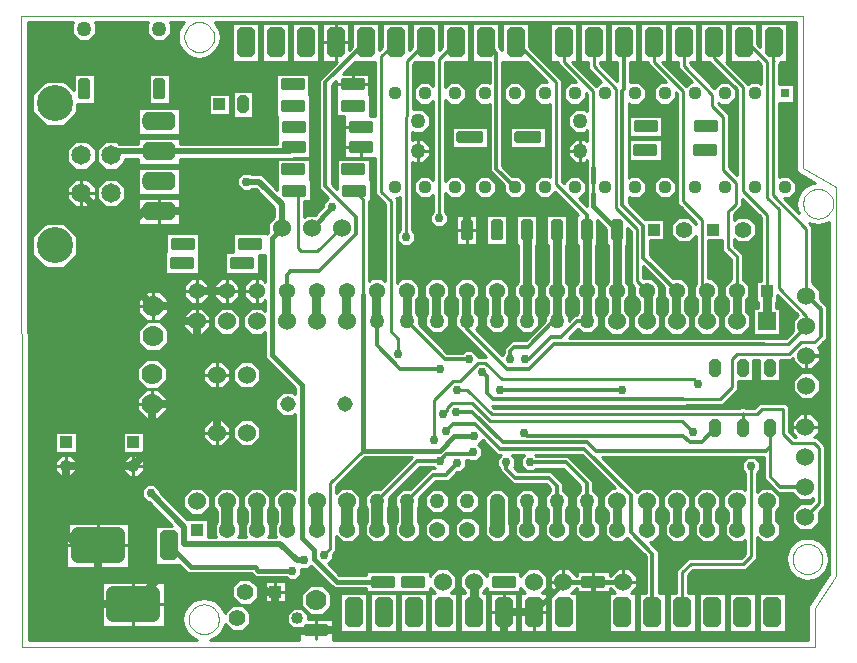
<source format=gbr>
G04 PROTEUS GERBER X2 FILE*
%TF.GenerationSoftware,Labcenter,Proteus,8.17-SP5-Build39395*%
%TF.CreationDate,2026-01-10T11:00:32+00:00*%
%TF.FileFunction,Copper,L2,Bot*%
%TF.FilePolarity,Positive*%
%TF.Part,Single*%
%TF.SameCoordinates,{bf2e7aaa-9c56-4ce5-bc4f-43878dba84a3}*%
%FSLAX45Y45*%
%MOMM*%
G01*
%TA.AperFunction,Conductor*%
%ADD10C,0.508000*%
%ADD13C,0.762000*%
%ADD12C,0.304800*%
%ADD52C,1.270000*%
%ADD14C,0.635000*%
%ADD11C,0.254000*%
%ADD53C,1.016000*%
%ADD17C,0.381000*%
%ADD15C,0.203200*%
%TA.AperFunction,ViaPad*%
%ADD18C,0.762000*%
%TA.AperFunction,ComponentPad*%
%ADD19R,1.016000X1.016000*%
%ADD70C,1.370000*%
%TA.AperFunction,WasherPad*%
%ADD71R,1.524000X1.524000*%
%ADD20C,1.524000*%
%TA.AperFunction,ComponentPad*%
%ADD21C,1.270000*%
%AMDIL016*
4,1,8,
-0.762000,0.965200,-0.457200,1.270000,0.457200,1.270000,0.762000,0.965200,0.762000,-0.965200,
0.457200,-1.270000,-0.457200,-1.270000,-0.762000,-0.965200,-0.762000,0.965200,
0*%
%TA.AperFunction,ComponentPad*%
%ADD24DIL016*%
%AMPPAD017*
4,1,36,
-1.651000,1.524000,
1.651000,1.524000,
1.778960,1.511100,
1.898140,1.474090,
2.006010,1.415540,
2.099990,1.337990,
2.177540,1.244010,
2.236090,1.136140,
2.273100,1.016960,
2.286000,0.889000,
2.286000,-0.889000,
2.273100,-1.016960,
2.236090,-1.136140,
2.177540,-1.244010,
2.099990,-1.337990,
2.006010,-1.415540,
1.898140,-1.474090,
1.778960,-1.511100,
1.651000,-1.524000,
-1.651000,-1.524000,
-1.778960,-1.511100,
-1.898140,-1.474090,
-2.006010,-1.415540,
-2.099990,-1.337990,
-2.177540,-1.244010,
-2.236090,-1.136140,
-2.273100,-1.016960,
-2.286000,-0.889000,
-2.286000,0.889000,
-2.273100,1.016960,
-2.236090,1.136140,
-2.177540,1.244010,
-2.099990,1.337990,
-2.006010,1.415540,
-1.898140,1.474090,
-1.778960,1.511100,
-1.651000,1.524000,
0*%
%ADD25PPAD017*%
%AMPPAD024*
4,1,36,
-0.812800,0.508000,
0.812800,0.508000,
0.853740,0.503870,
0.891880,0.492030,
0.926400,0.473290,
0.956480,0.448480,
0.981290,0.418400,
1.000030,0.383880,
1.011870,0.345740,
1.016000,0.304800,
1.016000,-0.304800,
1.011870,-0.345740,
1.000030,-0.383880,
0.981290,-0.418400,
0.956480,-0.448480,
0.926400,-0.473290,
0.891880,-0.492030,
0.853740,-0.503870,
0.812800,-0.508000,
-0.812800,-0.508000,
-0.853740,-0.503870,
-0.891880,-0.492030,
-0.926400,-0.473290,
-0.956480,-0.448480,
-0.981290,-0.418400,
-1.000030,-0.383880,
-1.011870,-0.345740,
-1.016000,-0.304800,
-1.016000,0.304800,
-1.011870,0.345740,
-1.000030,0.383880,
-0.981290,0.418400,
-0.956480,0.448480,
-0.926400,0.473290,
-0.891880,0.492030,
-0.853740,0.503870,
-0.812800,0.508000,
0*%
%TA.AperFunction,ComponentPad*%
%ADD30PPAD024*%
%ADD31C,1.778000*%
%AMDIL026*
4,1,8,
-1.143000,0.304800,-0.939800,0.508000,0.939800,0.508000,1.143000,0.304800,1.143000,-0.304800,
0.939800,-0.508000,-0.939800,-0.508000,-1.143000,-0.304800,-1.143000,0.304800,
0*%
%ADD32DIL026*%
%TA.AperFunction,WasherPad*%
%ADD33R,0.799030X0.799030*%
%TA.AperFunction,ComponentPad*%
%ADD34C,1.130000*%
%TA.AperFunction,WasherPad*%
%ADD35R,1.050000X1.050000*%
%AMPPAD030*
4,1,36,
-0.100000,0.750000,
0.100000,0.750000,
0.180600,0.741870,
0.255680,0.718560,
0.323630,0.681680,
0.382830,0.632830,
0.431680,0.573630,
0.468560,0.505680,
0.491870,0.430600,
0.500000,0.350000,
0.500000,-0.350000,
0.491870,-0.430600,
0.468560,-0.505680,
0.431680,-0.573630,
0.382830,-0.632830,
0.323630,-0.681680,
0.255680,-0.718560,
0.180600,-0.741870,
0.100000,-0.750000,
-0.100000,-0.750000,
-0.180600,-0.741870,
-0.255680,-0.718560,
-0.323630,-0.681680,
-0.382830,-0.632830,
-0.431680,-0.573630,
-0.468560,-0.505680,
-0.491870,-0.430600,
-0.500000,-0.350000,
-0.500000,0.350000,
-0.491870,0.430600,
-0.468560,0.505680,
-0.431680,0.573630,
-0.382830,0.632830,
-0.323630,0.681680,
-0.255680,0.718560,
-0.180600,0.741870,
-0.100000,0.750000,
0*%
%TA.AperFunction,ComponentPad*%
%ADD36PPAD030*%
%TA.AperFunction,WasherPad*%
%ADD37R,0.997020X0.997020*%
%TA.AperFunction,ComponentPad*%
%ADD38C,1.410000*%
%TA.AperFunction,ComponentPad*%
%ADD39C,1.524000*%
%AMDIL036*
4,1,8,
-0.508000,0.685800,-0.304800,0.889000,0.304800,0.889000,0.508000,0.685800,0.508000,-0.685800,
0.304800,-0.889000,-0.304800,-0.889000,-0.508000,-0.685800,-0.508000,0.685800,
0*%
%TA.AperFunction,ComponentPad*%
%ADD42DIL036*%
%AMPPAD038*
4,1,36,
-0.889000,0.762000,
0.889000,0.762000,
0.991370,0.751680,
1.086720,0.722070,
1.173010,0.675230,
1.248190,0.613190,
1.310230,0.538010,
1.357070,0.451720,
1.386680,0.356370,
1.397000,0.254000,
1.397000,-0.254000,
1.386680,-0.356370,
1.357070,-0.451720,
1.310230,-0.538010,
1.248190,-0.613190,
1.173010,-0.675230,
1.086720,-0.722070,
0.991370,-0.751680,
0.889000,-0.762000,
-0.889000,-0.762000,
-0.991370,-0.751680,
-1.086720,-0.722070,
-1.173010,-0.675230,
-1.248190,-0.613190,
-1.310230,-0.538010,
-1.357070,-0.451720,
-1.386680,-0.356370,
-1.397000,-0.254000,
-1.397000,0.254000,
-1.386680,0.356370,
-1.357070,0.451720,
-1.310230,0.538010,
-1.248190,0.613190,
-1.173010,0.675230,
-1.086720,0.722070,
-0.991370,0.751680,
-0.889000,0.762000,
0*%
%TA.AperFunction,ComponentPad*%
%ADD44PPAD038*%
%TA.AperFunction,WasherPad*%
%ADD45C,1.651000*%
%ADD46C,3.048000*%
%TA.AperFunction,ComponentPad*%
%ADD47C,1.308100*%
%ADD48C,1.050000*%
%ADD49C,1.016000*%
%ADD50C,1.397000*%
%TA.AperFunction,Profile*%
%ADD51C,0.101600*%
%TD.AperFunction*%
%TA.AperFunction,Conductor*%
G36*
X+2544120Y+8620000D02*
X+2544120Y+8604962D01*
X+2559218Y+8578945D01*
X+2698714Y+8499233D01*
X+2676719Y+8496052D01*
X+2626859Y+8472717D01*
X+2583212Y+8432055D01*
X+2552579Y+8370848D01*
X+2545768Y+8320499D01*
X+2552579Y+8270150D01*
X+2565830Y+8243672D01*
X+2444102Y+8365401D01*
X+2485184Y+8365401D01*
X+2540599Y+8420816D01*
X+2540599Y+8499184D01*
X+2485184Y+8554599D01*
X+2406816Y+8554599D01*
X+2398890Y+8546673D01*
X+2398890Y+9175950D01*
X+2524050Y+9175950D01*
X+2524050Y+9332050D01*
X+2398890Y+9332050D01*
X+2398890Y+9501376D01*
X+2408473Y+9510959D01*
X+2408473Y+9522901D01*
X+2465973Y+9522901D01*
X+2465973Y+9853099D01*
X+2237375Y+9853099D01*
X+2237375Y+9647659D01*
X+2211973Y+9673062D01*
X+2211973Y+9853099D01*
X+1983375Y+9853099D01*
X+1983375Y+9522901D01*
X+2211973Y+9522901D01*
X+2211973Y+9529383D01*
X+2246491Y+9494865D01*
X+2246491Y+9333292D01*
X+2231184Y+9348599D01*
X+2152816Y+9348599D01*
X+2138373Y+9334156D01*
X+1949628Y+9522901D01*
X+1957973Y+9522901D01*
X+1957973Y+9853099D01*
X+1729375Y+9853099D01*
X+1729375Y+9522901D01*
X+1805949Y+9522901D01*
X+2039058Y+9289792D01*
X+2039058Y+8566456D01*
X+1975621Y+8629893D01*
X+1975621Y+9078626D01*
X+1885310Y+9168937D01*
X+1885310Y+9172907D01*
X+1898816Y+9159401D01*
X+1977184Y+9159401D01*
X+2032599Y+9214816D01*
X+2032599Y+9293184D01*
X+1977184Y+9348599D01*
X+1898816Y+9348599D01*
X+1850209Y+9299992D01*
X+1640473Y+9509729D01*
X+1640473Y+9522901D01*
X+1703973Y+9522901D01*
X+1703973Y+9853099D01*
X+1475375Y+9853099D01*
X+1475375Y+9522901D01*
X+1538875Y+9522901D01*
X+1538875Y+9467647D01*
X+1657923Y+9348599D01*
X+1644816Y+9348599D01*
X+1613278Y+9317061D01*
X+1407439Y+9522901D01*
X+1449973Y+9522901D01*
X+1449973Y+9853099D01*
X+1221375Y+9853099D01*
X+1221375Y+9522901D01*
X+1284875Y+9522901D01*
X+1284875Y+9501785D01*
X+1438061Y+9348599D01*
X+1390816Y+9348599D01*
X+1335401Y+9293184D01*
X+1335401Y+9214816D01*
X+1390816Y+9159401D01*
X+1469184Y+9159401D01*
X+1524599Y+9214816D01*
X+1524599Y+9262061D01*
X+1536701Y+9249959D01*
X+1536701Y+8318958D01*
X+1566459Y+8289201D01*
X+1696223Y+8159436D01*
X+1696223Y+8151359D01*
X+1638983Y+8208599D01*
X+1549017Y+8208599D01*
X+1485401Y+8144983D01*
X+1485401Y+8055017D01*
X+1549017Y+7991401D01*
X+1638983Y+7991401D01*
X+1696223Y+8048641D01*
X+1696223Y+7641977D01*
X+1678401Y+7624155D01*
X+1678401Y+7535845D01*
X+1705638Y+7508608D01*
X+1705638Y+7406444D01*
X+1670538Y+7371344D01*
X+1670538Y+7276656D01*
X+1737493Y+7209701D01*
X+1832181Y+7209701D01*
X+1899136Y+7276656D01*
X+1899136Y+7371344D01*
X+1858036Y+7412444D01*
X+1858036Y+7502282D01*
X+1891599Y+7535845D01*
X+1891599Y+7624155D01*
X+1829155Y+7686599D01*
X+1797820Y+7686599D01*
X+1797820Y+8012050D01*
X+1917701Y+8012050D01*
X+1917701Y+7923458D01*
X+1988201Y+7852959D01*
X+1988201Y+7679955D01*
X+1932401Y+7624155D01*
X+1932401Y+7535845D01*
X+1962801Y+7505445D01*
X+1962801Y+7409607D01*
X+1924538Y+7371344D01*
X+1924538Y+7276656D01*
X+1991493Y+7209701D01*
X+2086181Y+7209701D01*
X+2153136Y+7276656D01*
X+2153136Y+7371344D01*
X+2115199Y+7409281D01*
X+2115199Y+7505445D01*
X+2145599Y+7535845D01*
X+2145599Y+7624155D01*
X+2089799Y+7679955D01*
X+2089799Y+7895041D01*
X+2019299Y+7965541D01*
X+2019299Y+8021119D01*
X+2049017Y+7991401D01*
X+2138983Y+7991401D01*
X+2202599Y+8055017D01*
X+2202599Y+8144983D01*
X+2138983Y+8208599D01*
X+2049017Y+8208599D01*
X+2019299Y+8178881D01*
X+2019299Y+8233959D01*
X+2085687Y+8300346D01*
X+2085687Y+8360809D01*
X+2242038Y+8204458D01*
X+2242038Y+7668899D01*
X+2204101Y+7668899D01*
X+2204101Y+7491101D01*
X+2216638Y+7491101D01*
X+2216638Y+7438299D01*
X+2178538Y+7438299D01*
X+2178538Y+7209701D01*
X+2407136Y+7209701D01*
X+2407136Y+7438299D01*
X+2369036Y+7438299D01*
X+2369036Y+7491101D01*
X+2381899Y+7491101D01*
X+2381899Y+7547590D01*
X+2554923Y+7374566D01*
X+2515701Y+7335344D01*
X+2515701Y+7245541D01*
X+2453792Y+7183632D01*
X+2293395Y+7183632D01*
X+2290855Y+7186172D01*
X+623533Y+7186172D01*
X+693257Y+7255896D01*
X+726753Y+7222401D01*
X+810921Y+7222401D01*
X+870436Y+7281916D01*
X+870436Y+7366084D01*
X+845036Y+7391484D01*
X+845036Y+7505282D01*
X+875599Y+7535845D01*
X+875599Y+7624155D01*
X+845199Y+7654555D01*
X+845199Y+7973001D01*
X+860899Y+7973001D01*
X+860899Y+8184281D01*
X+937101Y+8108079D01*
X+937101Y+7973001D01*
X+946801Y+7973001D01*
X+946801Y+7654555D01*
X+916401Y+7624155D01*
X+916401Y+7535845D01*
X+943638Y+7508608D01*
X+943638Y+7406444D01*
X+908538Y+7371344D01*
X+908538Y+7276656D01*
X+975493Y+7209701D01*
X+1070181Y+7209701D01*
X+1137136Y+7276656D01*
X+1137136Y+7371344D01*
X+1096036Y+7412444D01*
X+1096036Y+7502282D01*
X+1129599Y+7535845D01*
X+1129599Y+7624155D01*
X+1099199Y+7654555D01*
X+1099199Y+7973001D01*
X+1114899Y+7973001D01*
X+1114899Y+8115930D01*
X+1144680Y+8086149D01*
X+1144680Y+7640480D01*
X+1170401Y+7614759D01*
X+1170401Y+7535845D01*
X+1208506Y+7497740D01*
X+1208506Y+7417312D01*
X+1162538Y+7371344D01*
X+1162538Y+7276656D01*
X+1229493Y+7209701D01*
X+1324181Y+7209701D01*
X+1391136Y+7276656D01*
X+1391136Y+7371344D01*
X+1360904Y+7401576D01*
X+1360904Y+7513150D01*
X+1383599Y+7535845D01*
X+1383599Y+7624155D01*
X+1321155Y+7686599D01*
X+1246278Y+7686599D01*
X+1246278Y+7789290D01*
X+1424401Y+7611167D01*
X+1424401Y+7535845D01*
X+1451638Y+7508608D01*
X+1451638Y+7406444D01*
X+1416538Y+7371344D01*
X+1416538Y+7276656D01*
X+1483493Y+7209701D01*
X+1578181Y+7209701D01*
X+1645136Y+7276656D01*
X+1645136Y+7371344D01*
X+1604036Y+7412444D01*
X+1604036Y+7502282D01*
X+1637599Y+7535845D01*
X+1637599Y+7624155D01*
X+1575155Y+7686599D01*
X+1499833Y+7686599D01*
X+1302059Y+7884373D01*
X+1302059Y+8012050D01*
X+1427950Y+8012050D01*
X+1427950Y+8187950D01*
X+1265443Y+8187950D01*
X+1123490Y+8329904D01*
X+1123490Y+8378727D01*
X+1136816Y+8365401D01*
X+1215184Y+8365401D01*
X+1270599Y+8420816D01*
X+1270599Y+8499184D01*
X+1215184Y+8554599D01*
X+1136816Y+8554599D01*
X+1123490Y+8541273D01*
X+1123490Y+9172727D01*
X+1136816Y+9159401D01*
X+1215184Y+9159401D01*
X+1270599Y+9214816D01*
X+1270599Y+9293184D01*
X+1215184Y+9348599D01*
X+1136816Y+9348599D01*
X+1135013Y+9346796D01*
X+1135013Y+9522901D01*
X+1195973Y+9522901D01*
X+1195973Y+9853099D01*
X+967375Y+9853099D01*
X+967375Y+9522901D01*
X+1028335Y+9522901D01*
X+1028335Y+9354645D01*
X+878473Y+9504507D01*
X+878473Y+9522901D01*
X+941973Y+9522901D01*
X+941973Y+9853099D01*
X+713375Y+9853099D01*
X+713375Y+9522901D01*
X+776875Y+9522901D01*
X+776875Y+9462425D01*
X+890701Y+9348599D01*
X+882816Y+9348599D01*
X+850843Y+9316626D01*
X+644569Y+9522901D01*
X+687973Y+9522901D01*
X+687973Y+9853099D01*
X+459375Y+9853099D01*
X+459375Y+9522901D01*
X+522875Y+9522901D01*
X+522875Y+9500915D01*
X+675191Y+9348599D01*
X+628816Y+9348599D01*
X+573401Y+9293184D01*
X+573401Y+9214816D01*
X+628816Y+9159401D01*
X+707184Y+9159401D01*
X+762599Y+9214816D01*
X+762599Y+9261191D01*
X+774701Y+9249089D01*
X+774701Y+9102982D01*
X+752084Y+9125599D01*
X+667916Y+9125599D01*
X+608401Y+9066084D01*
X+608401Y+8981916D01*
X+667916Y+8922401D01*
X+752084Y+8922401D01*
X+774701Y+8945018D01*
X+774701Y+8848982D01*
X+752084Y+8871599D01*
X+667916Y+8871599D01*
X+608401Y+8812084D01*
X+608401Y+8727916D01*
X+667916Y+8668401D01*
X+752084Y+8668401D01*
X+774701Y+8691018D01*
X+774701Y+8650022D01*
X+768351Y+8643672D01*
X+768351Y+8482103D01*
X+774701Y+8475753D01*
X+774701Y+8430022D01*
X+768351Y+8423672D01*
X+768351Y+8297722D01*
X+700672Y+8365401D01*
X+707184Y+8365401D01*
X+762599Y+8420816D01*
X+762599Y+8499184D01*
X+707184Y+8554599D01*
X+628816Y+8554599D01*
X+573401Y+8499184D01*
X+573401Y+8492672D01*
X+559347Y+8506726D01*
X+559347Y+9367767D01*
X+281573Y+9645541D01*
X+281573Y+9853099D01*
X+52975Y+9853099D01*
X+52975Y+9623731D01*
X+27573Y+9649133D01*
X+27573Y+9853099D01*
X-201025Y+9853099D01*
X-201025Y+9522901D01*
X-50274Y+9522901D01*
X-50274Y+9344057D01*
X-54816Y+9348599D01*
X-133184Y+9348599D01*
X-188599Y+9293184D01*
X-188599Y+9214816D01*
X-133184Y+9159401D01*
X-54816Y+9159401D01*
X-50274Y+9163943D01*
X-50274Y+8594842D01*
X+65401Y+8479167D01*
X+65401Y+8420816D01*
X+120816Y+8365401D01*
X+199184Y+8365401D01*
X+254599Y+8420816D01*
X+254599Y+8499184D01*
X+199184Y+8554599D01*
X+140833Y+8554599D01*
X+56404Y+8639028D01*
X+56404Y+9522901D01*
X+260533Y+9522901D01*
X+434835Y+9348599D01*
X+374816Y+9348599D01*
X+319401Y+9293184D01*
X+319401Y+9214816D01*
X+374816Y+9159401D01*
X+453184Y+9159401D01*
X+457749Y+9163966D01*
X+457749Y+8550034D01*
X+453184Y+8554599D01*
X+374816Y+8554599D01*
X+319401Y+8499184D01*
X+319401Y+8420816D01*
X+374816Y+8365401D01*
X+453184Y+8365401D01*
X+505088Y+8417305D01*
X+695394Y+8226999D01*
X+683101Y+8226999D01*
X+683101Y+7973001D01*
X+692801Y+7973001D01*
X+692801Y+7654555D01*
X+662401Y+7624155D01*
X+662401Y+7535845D01*
X+692638Y+7505608D01*
X+692638Y+7391484D01*
X+678493Y+7377339D01*
X+663836Y+7377339D01*
X+616436Y+7329939D01*
X+616436Y+7366084D01*
X+591036Y+7391484D01*
X+591036Y+7505282D01*
X+621599Y+7535845D01*
X+621599Y+7624155D01*
X+591199Y+7654555D01*
X+591199Y+7973001D01*
X+606899Y+7973001D01*
X+606899Y+8226999D01*
X+429101Y+8226999D01*
X+429101Y+7973001D01*
X+438801Y+7973001D01*
X+438801Y+7654555D01*
X+408401Y+7624155D01*
X+408401Y+7535845D01*
X+438638Y+7505608D01*
X+438638Y+7391484D01*
X+413238Y+7366084D01*
X+413238Y+7324976D01*
X+252165Y+7163903D01*
X+135663Y+7163903D01*
X+69533Y+7097773D01*
X+69533Y+7057738D01*
X+50196Y+7038401D01*
X-169443Y+7258037D01*
X-145564Y+7281916D01*
X-145564Y+7366084D01*
X-173964Y+7394484D01*
X-173964Y+7502282D01*
X-140401Y+7535845D01*
X-140401Y+7624155D01*
X-202845Y+7686599D01*
X-291155Y+7686599D01*
X-353599Y+7624155D01*
X-353599Y+7535845D01*
X-326362Y+7508608D01*
X-326362Y+7388484D01*
X-348762Y+7366084D01*
X-348762Y+7281916D01*
X-289247Y+7222401D01*
X-284668Y+7222401D01*
X-86798Y+7024531D01*
X-153812Y+7024531D01*
X-153812Y+7033545D01*
X-198448Y+7078181D01*
X-261574Y+7078181D01*
X-284434Y+7055321D01*
X-411052Y+7055321D01*
X-653564Y+7297833D01*
X-653564Y+7366084D01*
X-678964Y+7391484D01*
X-678964Y+7505282D01*
X-648401Y+7535845D01*
X-648401Y+7624155D01*
X-710845Y+7686599D01*
X-799155Y+7686599D01*
X-838201Y+7647553D01*
X-838201Y+8362253D01*
X-841349Y+8365401D01*
X-816816Y+8365401D01*
X-809561Y+8372656D01*
X-809561Y+8099514D01*
X-836232Y+8072843D01*
X-836232Y+8009717D01*
X-791596Y+7965081D01*
X-728470Y+7965081D01*
X-683834Y+8009717D01*
X-683834Y+8072843D01*
X-707963Y+8096972D01*
X-707963Y+8500013D01*
X-713682Y+8505732D01*
X-713682Y+8676999D01*
X-704084Y+8667401D01*
X-619916Y+8667401D01*
X-560401Y+8726916D01*
X-560401Y+8811084D01*
X-619916Y+8870599D01*
X-704084Y+8870599D01*
X-713682Y+8861001D01*
X-713682Y+8930999D01*
X-704084Y+8921401D01*
X-619916Y+8921401D01*
X-560401Y+8980916D01*
X-560401Y+9065084D01*
X-619916Y+9124599D01*
X-704084Y+9124599D01*
X-705101Y+9123582D01*
X-705101Y+9505785D01*
X-687985Y+9522901D01*
X-530799Y+9522901D01*
X-530799Y+9316582D01*
X-562816Y+9348599D01*
X-641184Y+9348599D01*
X-696599Y+9293184D01*
X-696599Y+9214816D01*
X-641184Y+9159401D01*
X-562816Y+9159401D01*
X-530799Y+9191418D01*
X-530799Y+8522582D01*
X-562816Y+8554599D01*
X-641184Y+8554599D01*
X-696599Y+8499184D01*
X-696599Y+8420816D01*
X-641184Y+8365401D01*
X-562816Y+8365401D01*
X-530799Y+8397418D01*
X-530799Y+8252490D01*
X-556199Y+8227090D01*
X-556199Y+8163964D01*
X-511563Y+8119328D01*
X-448437Y+8119328D01*
X-403801Y+8163964D01*
X-403801Y+8227090D01*
X-429201Y+8252490D01*
X-429201Y+8407418D01*
X-387184Y+8365401D01*
X-308816Y+8365401D01*
X-253401Y+8420816D01*
X-253401Y+8499184D01*
X-308816Y+8554599D01*
X-387184Y+8554599D01*
X-429201Y+8512582D01*
X-429201Y+9201418D01*
X-387184Y+9159401D01*
X-308816Y+9159401D01*
X-253401Y+9214816D01*
X-253401Y+9293184D01*
X-308816Y+9348599D01*
X-387184Y+9348599D01*
X-429201Y+9306582D01*
X-429201Y+9522901D01*
X-226427Y+9522901D01*
X-226427Y+9853099D01*
X-455025Y+9853099D01*
X-455025Y+9645541D01*
X-480427Y+9620139D01*
X-480427Y+9853099D01*
X-709025Y+9853099D01*
X-709025Y+9645541D01*
X-734427Y+9620139D01*
X-734427Y+9853099D01*
X-963025Y+9853099D01*
X-963025Y+9645541D01*
X-988427Y+9620139D01*
X-988427Y+9853099D01*
X-1217025Y+9853099D01*
X-1217025Y+9649133D01*
X-1242427Y+9623731D01*
X-1242427Y+9853099D01*
X-1471025Y+9853099D01*
X-1471025Y+9522901D01*
X-1343257Y+9522901D01*
X-1497694Y+9368464D01*
X-1497694Y+8445319D01*
X-1419110Y+8366735D01*
X-1459319Y+8326526D01*
X-1459319Y+8299584D01*
X-1534604Y+8224299D01*
X-1607344Y+8224299D01*
X-1623428Y+8208215D01*
X-1623428Y+8338561D01*
X-1565761Y+8338561D01*
X-1565761Y+8521439D01*
X-1571761Y+8521439D01*
X-1571761Y+8701037D01*
X-1856239Y+8701037D01*
X-1856239Y+8518159D01*
X-1850239Y+8518159D01*
X-1850239Y+8439541D01*
X-1979981Y+8569283D01*
X-2068519Y+8569283D01*
X-2081219Y+8581983D01*
X-2144345Y+8581983D01*
X-2188981Y+8537347D01*
X-2188981Y+8474221D01*
X-2144345Y+8429585D01*
X-2081219Y+8429585D01*
X-2068519Y+8442285D01*
X-2032583Y+8442285D01*
X-1877499Y+8287201D01*
X-1877499Y+8208144D01*
X-1928299Y+8157344D01*
X-1928299Y+8076521D01*
X-1937761Y+8067059D01*
X-1937761Y+8071439D01*
X-2222239Y+8071439D01*
X-2222239Y+7911439D01*
X-2292239Y+7911439D01*
X-2292239Y+7728561D01*
X-2007761Y+7728561D01*
X-2007761Y+7888561D01*
X-1953846Y+7888561D01*
X-1953846Y+7659600D01*
X-1980845Y+7686599D01*
X-2069155Y+7686599D01*
X-2131599Y+7624155D01*
X-2131599Y+7535845D01*
X-2069155Y+7473401D01*
X-1980845Y+7473401D01*
X-1953846Y+7500400D01*
X-1953846Y+7414326D01*
X-1977819Y+7438299D01*
X-2072507Y+7438299D01*
X-2139462Y+7371344D01*
X-2139462Y+7276656D01*
X-2072507Y+7209701D01*
X-1977819Y+7209701D01*
X-1953846Y+7233674D01*
X-1953846Y+7013724D01*
X-1701312Y+6761190D01*
X-1701312Y+6711207D01*
X-1719368Y+6729263D01*
X-1805114Y+6729263D01*
X-1865745Y+6668632D01*
X-1865745Y+6582886D01*
X-1805114Y+6522255D01*
X-1719368Y+6522255D01*
X-1701312Y+6540311D01*
X-1701312Y+5891792D01*
X-1723819Y+5914299D01*
X-1818507Y+5914299D01*
X-1885462Y+5847344D01*
X-1885462Y+5752656D01*
X-1854899Y+5722093D01*
X-1854899Y+5621855D01*
X-1872599Y+5604155D01*
X-1872599Y+5515845D01*
X-1858268Y+5501514D01*
X-1927732Y+5501514D01*
X-1913401Y+5515845D01*
X-1913401Y+5604155D01*
X-1931101Y+5621855D01*
X-1931101Y+5732419D01*
X-1910864Y+5752656D01*
X-1910864Y+5847344D01*
X-1977819Y+5914299D01*
X-2072507Y+5914299D01*
X-2139462Y+5847344D01*
X-2139462Y+5752656D01*
X-2108899Y+5722093D01*
X-2108899Y+5621855D01*
X-2126599Y+5604155D01*
X-2126599Y+5515845D01*
X-2112268Y+5501514D01*
X-2181732Y+5501514D01*
X-2167401Y+5515845D01*
X-2167401Y+5604155D01*
X-2185101Y+5621855D01*
X-2185101Y+5732419D01*
X-2164864Y+5752656D01*
X-2164864Y+5847344D01*
X-2231819Y+5914299D01*
X-2326507Y+5914299D01*
X-2393462Y+5847344D01*
X-2393462Y+5752656D01*
X-2362899Y+5722093D01*
X-2362899Y+5621855D01*
X-2380599Y+5604155D01*
X-2380599Y+5515845D01*
X-2366268Y+5501514D01*
X-2439101Y+5501514D01*
X-2439101Y+5648899D01*
X-2615034Y+5648899D01*
X-2846385Y+5880250D01*
X-2846385Y+5898212D01*
X-2891021Y+5942848D01*
X-2954147Y+5942848D01*
X-2998783Y+5898212D01*
X-2998783Y+5835086D01*
X-2954147Y+5790450D01*
X-2936185Y+5790450D01*
X-2740834Y+5595099D01*
X-2884299Y+5595099D01*
X-2884299Y+5264901D01*
X-2685721Y+5264901D01*
X-2604475Y+5183655D01*
X-2063670Y+5183655D01*
X-2035294Y+5155279D01*
X-1773879Y+5155279D01*
X-1754829Y+5136229D01*
X-1691703Y+5136229D01*
X-1647067Y+5180865D01*
X-1647067Y+5223801D01*
X-1591909Y+5223801D01*
X-1562085Y+5253625D01*
X-1371311Y+5062851D01*
X-1098239Y+5062851D01*
X-1098239Y+5028561D01*
X-559761Y+5028561D01*
X-559761Y+5070118D01*
X-516742Y+5027099D01*
X-556625Y+5027099D01*
X-556625Y+4696901D01*
X-328027Y+4696901D01*
X-328027Y+5027099D01*
X-379258Y+5027099D01*
X-333701Y+5072656D01*
X-333701Y+5167344D01*
X-400656Y+5234299D01*
X-495344Y+5234299D01*
X-559761Y+5169882D01*
X-559761Y+5211439D01*
X-1098239Y+5211439D01*
X-1098239Y+5177149D01*
X-1323969Y+5177149D01*
X-1422480Y+5275660D01*
X-1382271Y+5315869D01*
X-1382271Y+5351791D01*
X-1352113Y+5381949D01*
X-1352113Y+5503359D01*
X-1302155Y+5453401D01*
X-1213845Y+5453401D01*
X-1151401Y+5515845D01*
X-1151401Y+5604155D01*
X-1169101Y+5621855D01*
X-1169101Y+5732419D01*
X-1148864Y+5752656D01*
X-1148864Y+5847344D01*
X-1215819Y+5914299D01*
X-1310507Y+5914299D01*
X-1352113Y+5872693D01*
X-1352113Y+5930634D01*
X-1111587Y+6171160D01*
X-713435Y+6171160D01*
X-982996Y+5901599D01*
X-1051247Y+5901599D01*
X-1110762Y+5842084D01*
X-1110762Y+5757916D01*
X-1092899Y+5740053D01*
X-1092899Y+5621855D01*
X-1110599Y+5604155D01*
X-1110599Y+5515845D01*
X-1048155Y+5453401D01*
X-959845Y+5453401D01*
X-897401Y+5515845D01*
X-897401Y+5604155D01*
X-915101Y+5621855D01*
X-915101Y+5750379D01*
X-907564Y+5757916D01*
X-907564Y+5826167D01*
X-643706Y+6090025D01*
X-528591Y+6090025D01*
X-518539Y+6079973D01*
X-550622Y+6079973D01*
X-728996Y+5901599D01*
X-797247Y+5901599D01*
X-856762Y+5842084D01*
X-856762Y+5757916D01*
X-838899Y+5740053D01*
X-838899Y+5621855D01*
X-856599Y+5604155D01*
X-856599Y+5515845D01*
X-794155Y+5453401D01*
X-705845Y+5453401D01*
X-643401Y+5515845D01*
X-643401Y+5604155D01*
X-661101Y+5621855D01*
X-661101Y+5750379D01*
X-653564Y+5757916D01*
X-653564Y+5826167D01*
X-506436Y+5973295D01*
X-399278Y+5973295D01*
X-328042Y+6044531D01*
X-295712Y+6044531D01*
X-251076Y+6089167D01*
X-251076Y+6146132D01*
X-232672Y+6146132D01*
X-228060Y+6141520D01*
X-164934Y+6141520D01*
X-120298Y+6186156D01*
X-120298Y+6249282D01*
X-148818Y+6277802D01*
X-111302Y+6315318D01*
X+11874Y+6192143D01*
X+42789Y+6192143D01*
X+11605Y+6160959D01*
X+11605Y+6097833D01*
X+34465Y+6074973D01*
X+34465Y+6055240D01*
X+143871Y+5945834D01*
X+427213Y+5945834D01*
X+461498Y+5911549D01*
X+461498Y+5890344D01*
X+413238Y+5842084D01*
X+413238Y+5757916D01*
X+443801Y+5727353D01*
X+443801Y+5634555D01*
X+413401Y+5604155D01*
X+413401Y+5515845D01*
X+475845Y+5453401D01*
X+564155Y+5453401D01*
X+626599Y+5515845D01*
X+626599Y+5604155D01*
X+596199Y+5634555D01*
X+596199Y+5737679D01*
X+616436Y+5757916D01*
X+616436Y+5842084D01*
X+568176Y+5890344D01*
X+568176Y+5955735D01*
X+471399Y+6052512D01*
X+188056Y+6052512D01*
X+153369Y+6087199D01*
X+164003Y+6097833D01*
X+164003Y+6160959D01*
X+132819Y+6192143D01*
X+241304Y+6192143D01*
X+210227Y+6161066D01*
X+210227Y+6097940D01*
X+254863Y+6053304D01*
X+317989Y+6053304D01*
X+340849Y+6076164D01*
X+570556Y+6076164D01*
X+715498Y+5931222D01*
X+715498Y+5890344D01*
X+667238Y+5842084D01*
X+667238Y+5757916D01*
X+697801Y+5727353D01*
X+697801Y+5634555D01*
X+667401Y+5604155D01*
X+667401Y+5515845D01*
X+729845Y+5453401D01*
X+818155Y+5453401D01*
X+880599Y+5515845D01*
X+880599Y+5604155D01*
X+850199Y+5634555D01*
X+850199Y+5737679D01*
X+870436Y+5757916D01*
X+870436Y+5842084D01*
X+822176Y+5890344D01*
X+822176Y+5975408D01*
X+614742Y+6182842D01*
X+340849Y+6182842D01*
X+331548Y+6192143D01*
X+728257Y+6192143D01*
X+1006100Y+5914299D01*
X+975493Y+5914299D01*
X+908538Y+5847344D01*
X+908538Y+5752656D01*
X+951801Y+5709393D01*
X+951801Y+5634555D01*
X+921401Y+5604155D01*
X+921401Y+5515845D01*
X+983845Y+5453401D01*
X+1072155Y+5453401D01*
X+1112203Y+5493449D01*
X+1272335Y+5333317D01*
X+1272335Y+5027099D01*
X+1211375Y+5027099D01*
X+1211375Y+4696901D01*
X+1439973Y+4696901D01*
X+1439973Y+5027099D01*
X+1379013Y+5027099D01*
X+1379013Y+5377504D01*
X+1303116Y+5453401D01*
X+1326155Y+5453401D01*
X+1388599Y+5515845D01*
X+1388599Y+5604155D01*
X+1358199Y+5634555D01*
X+1358199Y+5719719D01*
X+1391136Y+5752656D01*
X+1391136Y+5847344D01*
X+1324181Y+5914299D01*
X+1229493Y+5914299D01*
X+1193229Y+5878035D01*
X+896712Y+6174552D01*
X+2269201Y+6174552D01*
X+2269201Y+5989299D01*
X+2326832Y+5931668D01*
X+2326832Y+5928076D01*
X+2386246Y+5868661D01*
X+2511696Y+5868661D01*
X+2572656Y+5807701D01*
X+2667344Y+5807701D01*
X+2686525Y+5826882D01*
X+2686525Y+5806365D01*
X+2662459Y+5782299D01*
X+2572656Y+5782299D01*
X+2505701Y+5715344D01*
X+2505701Y+5620656D01*
X+2572656Y+5553701D01*
X+2667344Y+5553701D01*
X+2734299Y+5620656D01*
X+2734299Y+5710459D01*
X+2788123Y+5764283D01*
X+2788123Y+6271042D01*
X+2716503Y+6342661D01*
X+2694304Y+6342661D01*
X+2734299Y+6382656D01*
X+2734299Y+6477344D01*
X+2667344Y+6544299D01*
X+2572656Y+6544299D01*
X+2505701Y+6477344D01*
X+2505701Y+6382656D01*
X+2545696Y+6342661D01*
X+2532327Y+6342661D01*
X+2486023Y+6388965D01*
X+2486023Y+6603320D01*
X+2456265Y+6633078D01*
X+2229238Y+6633078D01*
X+2187459Y+6591299D01*
X+2119449Y+6591299D01*
X+2111042Y+6599706D01*
X+2068958Y+6599706D01*
X+2060551Y+6591299D01*
X-14131Y+6591299D01*
X-32259Y+6609427D01*
X+1607091Y+6609427D01*
X+1609631Y+6611967D01*
X+1917483Y+6611967D01*
X+1947240Y+6641725D01*
X+2051054Y+6745539D01*
X+2051054Y+6816901D01*
X+2178099Y+6816901D01*
X+2178099Y+6995326D01*
X+2231901Y+6995326D01*
X+2231901Y+6816901D01*
X+2408099Y+6816901D01*
X+2408099Y+6995326D01*
X+2501539Y+6995326D01*
X+2515701Y+7009488D01*
X+2515701Y+6986656D01*
X+2582656Y+6919701D01*
X+2677344Y+6919701D01*
X+2744299Y+6986656D01*
X+2744299Y+7081344D01*
X+2723687Y+7101956D01*
X+2768392Y+7146661D01*
X+2771985Y+7146661D01*
X+2803230Y+7177906D01*
X+2803230Y+7444203D01*
X+2800690Y+7446743D01*
X+2800690Y+7455339D01*
X+2744299Y+7511730D01*
X+2744299Y+7589344D01*
X+2680799Y+7652844D01*
X+2680799Y+8128704D01*
X+2653858Y+8155644D01*
X+2676719Y+8144946D01*
X+2728776Y+8137419D01*
X+2780833Y+8144946D01*
X+2824120Y+8165205D01*
X+2824120Y+5186917D01*
X+2644120Y+4916917D01*
X+2644120Y+4625880D01*
X-1377761Y+4625880D01*
X-1377761Y+4801439D01*
X-1591101Y+4801439D01*
X-1591101Y+4846823D01*
X-1643177Y+4898899D01*
X-1716823Y+4898899D01*
X-1768899Y+4846823D01*
X-1768899Y+4773177D01*
X-1716823Y+4721101D01*
X-1662239Y+4721101D01*
X-1662239Y+4625880D01*
X-2416673Y+4625880D01*
X-2369343Y+4648031D01*
X-2325696Y+4688693D01*
X-2295063Y+4749900D01*
X-2293336Y+4762672D01*
X-2232714Y+4702051D01*
X-2143286Y+4702051D01*
X-2080051Y+4765286D01*
X-2080051Y+4854714D01*
X-2143286Y+4917949D01*
X-2232714Y+4917949D01*
X-2295949Y+4854714D01*
X-2295949Y+4852368D01*
X-2325696Y+4911805D01*
X-2369343Y+4952467D01*
X-2419203Y+4975802D01*
X-2471260Y+4983329D01*
X-2523317Y+4975802D01*
X-2573177Y+4952467D01*
X-2616824Y+4911805D01*
X-2647457Y+4850598D01*
X-2654268Y+4800249D01*
X-2647457Y+4749900D01*
X-2616824Y+4688693D01*
X-2573177Y+4648031D01*
X-2525847Y+4625880D01*
X-3954225Y+4625880D01*
X-3964016Y+9854120D01*
X-3576162Y+9854120D01*
X-3586599Y+9843683D01*
X-3586599Y+9759515D01*
X-3527084Y+9700000D01*
X-3442916Y+9700000D01*
X-3383401Y+9759515D01*
X-3383401Y+9843683D01*
X-3393838Y+9854120D01*
X-2941162Y+9854120D01*
X-2951599Y+9843683D01*
X-2951599Y+9759515D01*
X-2892084Y+9700000D01*
X-2807916Y+9700000D01*
X-2748401Y+9759515D01*
X-2748401Y+9843683D01*
X-2758838Y+9854120D01*
X-2643605Y+9854120D01*
X-2656824Y+9841805D01*
X-2687457Y+9780598D01*
X-2694268Y+9730249D01*
X-2687457Y+9679900D01*
X-2656824Y+9618693D01*
X-2613177Y+9578031D01*
X-2563317Y+9554696D01*
X-2511260Y+9547169D01*
X-2459203Y+9554696D01*
X-2409343Y+9578031D01*
X-2365696Y+9618693D01*
X-2335063Y+9679900D01*
X-2328252Y+9730249D01*
X-2335063Y+9780598D01*
X-2365696Y+9841805D01*
X-2378915Y+9854120D01*
X+2544120Y+9854120D01*
X+2544120Y+8620000D01*
G37*
%TD.AperFunction*%
%LPC*%
G36*
X+2646736Y+5492173D02*
X+2660253Y+5490218D01*
X+2690797Y+5485802D01*
X+2698294Y+5482294D01*
X+2740657Y+5462467D01*
X+2747095Y+5456470D01*
X+2784304Y+5421805D01*
X+2814937Y+5360598D01*
X+2821748Y+5310249D01*
X+2820735Y+5302757D01*
X+2814937Y+5259900D01*
X+2784304Y+5198693D01*
X+2740657Y+5158031D01*
X+2690797Y+5134696D01*
X+2682603Y+5133511D01*
X+2638740Y+5127169D01*
X+2586683Y+5134696D01*
X+2579186Y+5138204D01*
X+2536823Y+5158031D01*
X+2530385Y+5164028D01*
X+2493176Y+5198693D01*
X+2462543Y+5259900D01*
X+2455732Y+5310249D01*
X+2456745Y+5317741D01*
X+2462543Y+5360598D01*
X+2493176Y+5421805D01*
X+2536823Y+5462467D01*
X+2586683Y+5485802D01*
X+2594877Y+5486987D01*
X+2638740Y+5493329D01*
X+2646736Y+5492173D01*
G37*
G36*
X-540155Y+5453401D02*
X-451845Y+5453401D01*
X-389401Y+5515845D01*
X-389401Y+5604155D01*
X-451845Y+5666599D01*
X-540155Y+5666599D01*
X-602599Y+5604155D01*
X-602599Y+5515845D01*
X-540155Y+5453401D01*
G37*
G36*
X-286155Y+5453401D02*
X-197845Y+5453401D01*
X-135401Y+5515845D01*
X-135401Y+5604155D01*
X-197845Y+5666599D01*
X-286155Y+5666599D01*
X-348599Y+5604155D01*
X-348599Y+5515845D01*
X-286155Y+5453401D01*
G37*
G36*
X+108436Y+5842084D02*
X+108436Y+5842083D01*
X+113598Y+5836921D01*
X+113598Y+5609155D01*
X+118599Y+5604155D01*
X+118599Y+5515845D01*
X+56155Y+5453401D01*
X-32155Y+5453401D01*
X-94599Y+5515845D01*
X-94599Y+5604155D01*
X-89599Y+5609155D01*
X-89599Y+5752753D01*
X-94762Y+5757917D01*
X-94762Y+5842084D01*
X-35247Y+5901599D01*
X+48921Y+5901599D01*
X+108436Y+5842084D01*
G37*
G36*
X+362436Y+5842084D02*
X+362436Y+5757916D01*
X+342199Y+5737679D01*
X+342199Y+5634555D01*
X+372599Y+5604155D01*
X+372599Y+5515845D01*
X+310155Y+5453401D01*
X+221845Y+5453401D01*
X+159401Y+5515845D01*
X+159401Y+5604155D01*
X+189801Y+5634555D01*
X+189801Y+5727353D01*
X+159238Y+5757916D01*
X+159238Y+5842084D01*
X+218753Y+5901599D01*
X+302921Y+5901599D01*
X+362436Y+5842084D01*
G37*
G36*
X+1645136Y+5847344D02*
X+1645136Y+5752656D01*
X+1612199Y+5719719D01*
X+1612199Y+5634555D01*
X+1642599Y+5604155D01*
X+1642599Y+5515845D01*
X+1580155Y+5453401D01*
X+1491845Y+5453401D01*
X+1429401Y+5515845D01*
X+1429401Y+5604155D01*
X+1459801Y+5634555D01*
X+1459801Y+5709393D01*
X+1416538Y+5752656D01*
X+1416538Y+5847344D01*
X+1483493Y+5914299D01*
X+1578181Y+5914299D01*
X+1645136Y+5847344D01*
G37*
G36*
X+1899136Y+5847344D02*
X+1899136Y+5752656D01*
X+1866199Y+5719719D01*
X+1866199Y+5634555D01*
X+1896599Y+5604155D01*
X+1896599Y+5515845D01*
X+1834155Y+5453401D01*
X+1745845Y+5453401D01*
X+1683401Y+5515845D01*
X+1683401Y+5604155D01*
X+1713801Y+5634555D01*
X+1713801Y+5709393D01*
X+1670538Y+5752656D01*
X+1670538Y+5847344D01*
X+1737493Y+5914299D01*
X+1832181Y+5914299D01*
X+1899136Y+5847344D01*
G37*
G36*
X+2235199Y+6127563D02*
X+2235199Y+6064437D01*
X+2209799Y+6039037D01*
X+2209799Y+5878605D01*
X+2245493Y+5914299D01*
X+2340181Y+5914299D01*
X+2407136Y+5847344D01*
X+2407136Y+5752656D01*
X+2374199Y+5719719D01*
X+2374199Y+5634555D01*
X+2404599Y+5604155D01*
X+2404599Y+5515845D01*
X+2342155Y+5453401D01*
X+2253845Y+5453401D01*
X+2209799Y+5497447D01*
X+2209799Y+5312959D01*
X+2116541Y+5219701D01*
X+1672041Y+5219701D01*
X+1630473Y+5178133D01*
X+1630473Y+5027099D01*
X+1693973Y+5027099D01*
X+1693973Y+4696901D01*
X+1465375Y+4696901D01*
X+1465375Y+5027099D01*
X+1528875Y+5027099D01*
X+1528875Y+5220215D01*
X+1629959Y+5321299D01*
X+2074459Y+5321299D01*
X+2108201Y+5355041D01*
X+2108201Y+5473447D01*
X+2088155Y+5453401D01*
X+1999845Y+5453401D01*
X+1937401Y+5515845D01*
X+1937401Y+5604155D01*
X+1967801Y+5634555D01*
X+1967801Y+5709393D01*
X+1924538Y+5752656D01*
X+1924538Y+5847344D01*
X+1991493Y+5914299D01*
X+2086181Y+5914299D01*
X+2108201Y+5892279D01*
X+2108201Y+6039037D01*
X+2082801Y+6064437D01*
X+2082801Y+6127563D01*
X+2127437Y+6172199D01*
X+2190563Y+6172199D01*
X+2235199Y+6127563D01*
G37*
G36*
X+352899Y+7973001D02*
X+340199Y+7973001D01*
X+340199Y+7801069D01*
X+337199Y+7798069D01*
X+337199Y+7654555D01*
X+367599Y+7624155D01*
X+367599Y+7535845D01*
X+337199Y+7505445D01*
X+337199Y+7391321D01*
X+362436Y+7366084D01*
X+362436Y+7281916D01*
X+302921Y+7222401D01*
X+218753Y+7222401D01*
X+159238Y+7281916D01*
X+159238Y+7366084D01*
X+184801Y+7391647D01*
X+184801Y+7505445D01*
X+154401Y+7535845D01*
X+154401Y+7624155D01*
X+184801Y+7654555D01*
X+184801Y+7864191D01*
X+187801Y+7867191D01*
X+187801Y+7973001D01*
X+175101Y+7973001D01*
X+175101Y+8226999D01*
X+352899Y+8226999D01*
X+352899Y+7973001D01*
G37*
G36*
X+113599Y+7624155D02*
X+113599Y+7535845D01*
X+80036Y+7502282D01*
X+80036Y+7394484D01*
X+108436Y+7366084D01*
X+108436Y+7281916D01*
X+48921Y+7222401D01*
X-35247Y+7222401D01*
X-94762Y+7281916D01*
X-94762Y+7366084D01*
X-72362Y+7388484D01*
X-72362Y+7508608D01*
X-99599Y+7535845D01*
X-99599Y+7624155D01*
X-37155Y+7686599D01*
X+51155Y+7686599D01*
X+113599Y+7624155D01*
G37*
G36*
X-394401Y+7624155D02*
X-394401Y+7535845D01*
X-427964Y+7502282D01*
X-427964Y+7394484D01*
X-399564Y+7366084D01*
X-399564Y+7281916D01*
X-459079Y+7222401D01*
X-543247Y+7222401D01*
X-602762Y+7281916D01*
X-602762Y+7366084D01*
X-580362Y+7388484D01*
X-580362Y+7508608D01*
X-607599Y+7535845D01*
X-607599Y+7624155D01*
X-545155Y+7686599D01*
X-456845Y+7686599D01*
X-394401Y+7624155D01*
G37*
G36*
X-2164864Y+7371344D02*
X-2164864Y+7276656D01*
X-2231819Y+7209701D01*
X-2326507Y+7209701D01*
X-2393462Y+7276656D01*
X-2393462Y+7371344D01*
X-2326507Y+7438299D01*
X-2231819Y+7438299D01*
X-2164864Y+7371344D01*
G37*
G36*
X-2418864Y+7371344D02*
X-2418864Y+7276656D01*
X-2485819Y+7209701D01*
X-2580507Y+7209701D01*
X-2647462Y+7276656D01*
X-2647462Y+7371344D01*
X-2580507Y+7438299D01*
X-2485819Y+7438299D01*
X-2418864Y+7371344D01*
G37*
G36*
X-2418864Y+5847344D02*
X-2418864Y+5752656D01*
X-2485819Y+5685701D01*
X-2580507Y+5685701D01*
X-2647462Y+5752656D01*
X-2647462Y+5847344D01*
X-2580507Y+5914299D01*
X-2485819Y+5914299D01*
X-2418864Y+5847344D01*
G37*
G36*
X-459079Y+5901599D02*
X-543247Y+5901599D01*
X-602762Y+5842084D01*
X-602762Y+5757916D01*
X-543247Y+5698401D01*
X-459079Y+5698401D01*
X-399564Y+5757916D01*
X-399564Y+5842084D01*
X-459079Y+5901599D01*
G37*
G36*
X-205079Y+5901599D02*
X-289247Y+5901599D01*
X-348762Y+5842084D01*
X-348762Y+5757916D01*
X-289247Y+5698401D01*
X-205079Y+5698401D01*
X-145564Y+5757916D01*
X-145564Y+5842084D01*
X-205079Y+5901599D01*
G37*
G36*
X-2234845Y+7686599D02*
X-2323155Y+7686599D01*
X-2385599Y+7624155D01*
X-2385599Y+7535845D01*
X-2323155Y+7473401D01*
X-2234845Y+7473401D01*
X-2172401Y+7535845D01*
X-2172401Y+7624155D01*
X-2234845Y+7686599D01*
G37*
G36*
X-2488845Y+7686599D02*
X-2577155Y+7686599D01*
X-2639599Y+7624155D01*
X-2639599Y+7535845D01*
X-2577155Y+7473401D01*
X-2488845Y+7473401D01*
X-2426401Y+7535845D01*
X-2426401Y+7624155D01*
X-2488845Y+7686599D01*
G37*
G36*
X-3636699Y+5239501D02*
X-3103301Y+5239501D01*
X-3103301Y+5620499D01*
X-3636699Y+5620499D01*
X-3636699Y+5239501D01*
G37*
G36*
X-3336699Y+4739501D02*
X-2803301Y+4739501D01*
X-2803301Y+5120499D01*
X-3336699Y+5120499D01*
X-3336699Y+4739501D01*
G37*
G36*
X-1393001Y+4911395D02*
X-1393001Y+5016605D01*
X-1467395Y+5090999D01*
X-1572605Y+5090999D01*
X-1646999Y+5016605D01*
X-1646999Y+4911395D01*
X-1572605Y+4837001D01*
X-1467395Y+4837001D01*
X-1393001Y+4911395D01*
G37*
G36*
X+117206Y+8793101D02*
X+422004Y+8793101D01*
X+422004Y+8970899D01*
X+117206Y+8970899D01*
X+117206Y+8793101D01*
G37*
G36*
X-370794Y+8793101D02*
X-65996Y+8793101D01*
X-65996Y+8970899D01*
X-370794Y+8970899D01*
X-370794Y+8793101D01*
G37*
G36*
X+65401Y+9293184D02*
X+65401Y+9214816D01*
X+120816Y+9159401D01*
X+199184Y+9159401D01*
X+254599Y+9214816D01*
X+254599Y+9293184D01*
X+199184Y+9348599D01*
X+120816Y+9348599D01*
X+65401Y+9293184D01*
G37*
G36*
X-188599Y+8499184D02*
X-188599Y+8420816D01*
X-133184Y+8365401D01*
X-54816Y+8365401D01*
X+599Y+8420816D01*
X+599Y+8499184D01*
X-54816Y+8554599D01*
X-133184Y+8554599D01*
X-188599Y+8499184D01*
G37*
G36*
X+1335401Y+8499184D02*
X+1335401Y+8420816D01*
X+1390816Y+8365401D01*
X+1469184Y+8365401D01*
X+1524599Y+8420816D01*
X+1524599Y+8499184D01*
X+1469184Y+8554599D01*
X+1390816Y+8554599D01*
X+1335401Y+8499184D01*
G37*
G36*
X-2249401Y+9069401D02*
X-2430599Y+9069401D01*
X-2430599Y+9250599D01*
X-2249401Y+9250599D01*
X-2249401Y+9069401D01*
G37*
G36*
X-2228099Y+9046901D02*
X-2051901Y+9046901D01*
X-2051901Y+9273099D01*
X-2228099Y+9273099D01*
X-2228099Y+9046901D01*
G37*
G36*
X-1577761Y+9241439D02*
X-1575761Y+9241439D01*
X-1575761Y+9061439D01*
X-1569761Y+9061439D01*
X-1569761Y+8708561D01*
X-1713639Y+8708561D01*
X-1719699Y+8702501D01*
X-2672201Y+8702501D01*
X-2672201Y+8651701D01*
X-3027799Y+8651701D01*
X-3027799Y+8702501D01*
X-3139351Y+8702501D01*
X-3139351Y+8680026D01*
X-3210026Y+8609351D01*
X-3309974Y+8609351D01*
X-3380649Y+8680026D01*
X-3380649Y+8779974D01*
X-3309974Y+8850649D01*
X-3210026Y+8850649D01*
X-3188876Y+8829499D01*
X-3027799Y+8829499D01*
X-3027799Y+8880299D01*
X-2672201Y+8880299D01*
X-2672201Y+8829499D01*
X-1854239Y+8829499D01*
X-1854239Y+9058561D01*
X-1860239Y+9058561D01*
X-1860239Y+9238561D01*
X-1862239Y+9238561D01*
X-1862239Y+9421439D01*
X-1577761Y+9421439D01*
X-1577761Y+9241439D01*
G37*
G36*
X-2233025Y+9522901D02*
X-2004427Y+9522901D01*
X-2004427Y+9853099D01*
X-2233025Y+9853099D01*
X-2233025Y+9522901D01*
G37*
G36*
X-1979025Y+9522901D02*
X-1750427Y+9522901D01*
X-1750427Y+9853099D01*
X-1979025Y+9853099D01*
X-1979025Y+9522901D01*
G37*
G36*
X-1725025Y+9522901D02*
X-1496427Y+9522901D01*
X-1496427Y+9853099D01*
X-1725025Y+9853099D01*
X-1725025Y+9522901D01*
G37*
G36*
X-1318625Y+4696901D02*
X-1090027Y+4696901D01*
X-1090027Y+5027099D01*
X-1318625Y+5027099D01*
X-1318625Y+4696901D01*
G37*
G36*
X-1064625Y+4696901D02*
X-836027Y+4696901D01*
X-836027Y+5027099D01*
X-1064625Y+5027099D01*
X-1064625Y+4696901D01*
G37*
G36*
X-810625Y+4696901D02*
X-582027Y+4696901D01*
X-582027Y+5027099D01*
X-810625Y+5027099D01*
X-810625Y+4696901D01*
G37*
G36*
X+434299Y+5167344D02*
X+434299Y+5072656D01*
X+388742Y+5027099D01*
X+433973Y+5027099D01*
X+433973Y+4696901D01*
X+205375Y+4696901D01*
X+205375Y+5027099D01*
X+251258Y+5027099D01*
X+208239Y+5070118D01*
X+208239Y+5028561D01*
X-76239Y+5028561D01*
X-76239Y+5070118D01*
X-112127Y+5034230D01*
X-112127Y+5027099D01*
X-74027Y+5027099D01*
X-74027Y+4696901D01*
X-302625Y+4696901D01*
X-302625Y+5027099D01*
X-264525Y+5027099D01*
X-264525Y+5034882D01*
X-302299Y+5072656D01*
X-302299Y+5167344D01*
X-235344Y+5234299D01*
X-140656Y+5234299D01*
X-76239Y+5169882D01*
X-76239Y+5211439D01*
X+208239Y+5211439D01*
X+208239Y+5169882D01*
X+272656Y+5234299D01*
X+367344Y+5234299D01*
X+434299Y+5167344D01*
G37*
G36*
X-48625Y+4696901D02*
X+179973Y+4696901D01*
X+179973Y+5027099D01*
X-48625Y+5027099D01*
X-48625Y+4696901D01*
G37*
G36*
X+1194299Y+5167344D02*
X+1194299Y+5072656D01*
X+1148742Y+5027099D01*
X+1185973Y+5027099D01*
X+1185973Y+4696901D01*
X+957375Y+4696901D01*
X+957375Y+5027099D01*
X+1011258Y+5027099D01*
X+968239Y+5070118D01*
X+968239Y+5028561D01*
X+683761Y+5028561D01*
X+683761Y+5070118D01*
X+640742Y+5027099D01*
X+687973Y+5027099D01*
X+687973Y+4696901D01*
X+459375Y+4696901D01*
X+459375Y+5027099D01*
X+503258Y+5027099D01*
X+457701Y+5072656D01*
X+457701Y+5167344D01*
X+524656Y+5234299D01*
X+619344Y+5234299D01*
X+683761Y+5169882D01*
X+683761Y+5211439D01*
X+968239Y+5211439D01*
X+968239Y+5169882D01*
X+1032656Y+5234299D01*
X+1127344Y+5234299D01*
X+1194299Y+5167344D01*
G37*
G36*
X+1719375Y+4696901D02*
X+1947973Y+4696901D01*
X+1947973Y+5027099D01*
X+1719375Y+5027099D01*
X+1719375Y+4696901D01*
G37*
G36*
X+1973375Y+4696901D02*
X+2201973Y+4696901D01*
X+2201973Y+5027099D01*
X+1973375Y+5027099D01*
X+1973375Y+4696901D01*
G37*
G36*
X+2227375Y+4696901D02*
X+2455973Y+4696901D01*
X+2455973Y+5027099D01*
X+2227375Y+5027099D01*
X+2227375Y+4696901D01*
G37*
G36*
X+2582656Y+6665701D02*
X+2677344Y+6665701D01*
X+2744299Y+6732656D01*
X+2744299Y+6827344D01*
X+2677344Y+6894299D01*
X+2582656Y+6894299D01*
X+2515701Y+6827344D01*
X+2515701Y+6732656D01*
X+2582656Y+6665701D01*
G37*
G36*
X-332899Y+7973001D02*
X-155101Y+7973001D01*
X-155101Y+8226999D01*
X-332899Y+8226999D01*
X-332899Y+7973001D01*
G37*
G36*
X-78899Y+7973001D02*
X+98899Y+7973001D01*
X+98899Y+8226999D01*
X-78899Y+8226999D01*
X-78899Y+7973001D01*
G37*
G36*
X-3027799Y+8905701D02*
X-2672201Y+8905701D01*
X-2672201Y+9134299D01*
X-3027799Y+9134299D01*
X-3027799Y+8905701D01*
G37*
G36*
X-3027799Y+8397701D02*
X-2672201Y+8397701D01*
X-2672201Y+8626299D01*
X-3027799Y+8626299D01*
X-3027799Y+8397701D01*
G37*
G36*
X-3027799Y+8143701D02*
X-2672201Y+8143701D01*
X-2672201Y+8372299D01*
X-3027799Y+8372299D01*
X-3027799Y+8143701D01*
G37*
G36*
X-3396101Y+9166600D02*
X-3541941Y+9166600D01*
X-3541941Y+9093053D01*
X-3653533Y+8981461D01*
X-3811347Y+8981461D01*
X-3922939Y+9093053D01*
X-3922939Y+9250867D01*
X-3811347Y+9362459D01*
X-3653533Y+9362459D01*
X-3573899Y+9282825D01*
X-3573899Y+9420598D01*
X-3396101Y+9420598D01*
X-3396101Y+9166600D01*
G37*
G36*
X-2938899Y+9166600D02*
X-2761101Y+9166600D01*
X-2761101Y+9420598D01*
X-2938899Y+9420598D01*
X-2938899Y+9166600D01*
G37*
G36*
X-3139351Y+8459934D02*
X-3139351Y+8359986D01*
X-3210026Y+8289311D01*
X-3309974Y+8289311D01*
X-3380649Y+8359986D01*
X-3380649Y+8459934D01*
X-3309974Y+8530609D01*
X-3210026Y+8530609D01*
X-3139351Y+8459934D01*
G37*
G36*
X-3388271Y+8779974D02*
X-3388271Y+8680026D01*
X-3458946Y+8609351D01*
X-3558894Y+8609351D01*
X-3629569Y+8680026D01*
X-3629569Y+8779974D01*
X-3558894Y+8850649D01*
X-3458946Y+8850649D01*
X-3388271Y+8779974D01*
G37*
G36*
X-3388271Y+8459934D02*
X-3388271Y+8359986D01*
X-3458946Y+8289311D01*
X-3558894Y+8289311D01*
X-3629569Y+8359986D01*
X-3629569Y+8459934D01*
X-3558894Y+8530609D01*
X-3458946Y+8530609D01*
X-3388271Y+8459934D01*
G37*
G36*
X-3541941Y+8046907D02*
X-3541941Y+7889093D01*
X-3653533Y+7777501D01*
X-3811347Y+7777501D01*
X-3922939Y+7889093D01*
X-3922939Y+8046907D01*
X-3811347Y+8158499D01*
X-3653533Y+8158499D01*
X-3541941Y+8046907D01*
G37*
G36*
X-2509761Y+7888561D02*
X-2515761Y+7888561D01*
X-2515761Y+7728561D01*
X-2800239Y+7728561D01*
X-2800239Y+7911439D01*
X-2794239Y+7911439D01*
X-2794239Y+8071439D01*
X-2509761Y+8071439D01*
X-2509761Y+7888561D01*
G37*
G36*
X-2157344Y+6265701D02*
X-2062656Y+6265701D01*
X-1995701Y+6332656D01*
X-1995701Y+6427344D01*
X-2062656Y+6494299D01*
X-2157344Y+6494299D01*
X-2224299Y+6427344D01*
X-2224299Y+6332656D01*
X-2157344Y+6265701D01*
G37*
G36*
X-2411344Y+6265701D02*
X-2316656Y+6265701D01*
X-2249701Y+6332656D01*
X-2249701Y+6427344D01*
X-2316656Y+6494299D01*
X-2411344Y+6494299D01*
X-2478299Y+6427344D01*
X-2478299Y+6332656D01*
X-2411344Y+6265701D01*
G37*
G36*
X-2411344Y+6755701D02*
X-2316656Y+6755701D01*
X-2249701Y+6822656D01*
X-2249701Y+6917344D01*
X-2316656Y+6984299D01*
X-2411344Y+6984299D01*
X-2478299Y+6917344D01*
X-2478299Y+6822656D01*
X-2411344Y+6755701D01*
G37*
G36*
X-2157344Y+6755701D02*
X-2062656Y+6755701D01*
X-1995701Y+6822656D01*
X-1995701Y+6917344D01*
X-2062656Y+6984299D01*
X-2157344Y+6984299D01*
X-2224299Y+6917344D01*
X-2224299Y+6822656D01*
X-2157344Y+6755701D01*
G37*
G36*
X-3549401Y+6209401D02*
X-3730599Y+6209401D01*
X-3730599Y+6390599D01*
X-3549401Y+6390599D01*
X-3549401Y+6209401D01*
G37*
G36*
X-3730599Y+6137527D02*
X-3730599Y+6062473D01*
X-3677527Y+6009401D01*
X-3602473Y+6009401D01*
X-3549401Y+6062473D01*
X-3549401Y+6137527D01*
X-3602473Y+6190599D01*
X-3677527Y+6190599D01*
X-3730599Y+6137527D01*
G37*
G36*
X-2979401Y+6209401D02*
X-3160599Y+6209401D01*
X-3160599Y+6390599D01*
X-2979401Y+6390599D01*
X-2979401Y+6209401D01*
G37*
G36*
X-3160599Y+6137527D02*
X-3160599Y+6062473D01*
X-3107527Y+6009401D01*
X-3032473Y+6009401D01*
X-2979401Y+6062473D01*
X-2979401Y+6137527D01*
X-3032473Y+6190599D01*
X-3107527Y+6190599D01*
X-3160599Y+6137527D01*
G37*
G36*
X-3026999Y+7502605D02*
X-3026999Y+7397395D01*
X-2952605Y+7323001D01*
X-2847395Y+7323001D01*
X-2773001Y+7397395D01*
X-2773001Y+7502605D01*
X-2847395Y+7576999D01*
X-2952605Y+7576999D01*
X-3026999Y+7502605D01*
G37*
G36*
X-3026999Y+7248605D02*
X-3026999Y+7143395D01*
X-2952605Y+7069001D01*
X-2847395Y+7069001D01*
X-2773001Y+7143395D01*
X-2773001Y+7248605D01*
X-2847395Y+7322999D01*
X-2952605Y+7322999D01*
X-3026999Y+7248605D01*
G37*
G36*
X-2783001Y+6573395D02*
X-2783001Y+6678605D01*
X-2857395Y+6752999D01*
X-2962605Y+6752999D01*
X-3036999Y+6678605D01*
X-3036999Y+6573395D01*
X-2962605Y+6499001D01*
X-2857395Y+6499001D01*
X-2783001Y+6573395D01*
G37*
G36*
X-2783001Y+6827395D02*
X-2783001Y+6932605D01*
X-2857395Y+7006999D01*
X-2962605Y+7006999D01*
X-3036999Y+6932605D01*
X-3036999Y+6827395D01*
X-2962605Y+6753001D01*
X-2857395Y+6753001D01*
X-2783001Y+6827395D01*
G37*
G36*
X-1779250Y+4946850D02*
X-1955150Y+4946850D01*
X-1955150Y+5122750D01*
X-1779250Y+5122750D01*
X-1779250Y+4946850D01*
G37*
G36*
X-2012601Y+4989817D02*
X-2012601Y+5079783D01*
X-2076217Y+5143399D01*
X-2166183Y+5143399D01*
X-2229799Y+5079783D01*
X-2229799Y+4989817D01*
X-2166183Y+4926201D01*
X-2076217Y+4926201D01*
X-2012601Y+4989817D01*
G37*
G36*
X+1410239Y+9065637D02*
X+1125761Y+9065637D01*
X+1125761Y+8882759D01*
X+1410239Y+8882759D01*
X+1410239Y+9065637D01*
G37*
G36*
X+1124678Y+8682561D02*
X+1409156Y+8682561D01*
X+1409156Y+8865439D01*
X+1124678Y+8865439D01*
X+1124678Y+8682561D01*
G37*
G36*
X-202650Y+8670167D02*
X-178350Y+8670167D01*
X-161167Y+8687350D01*
X-161167Y+8711650D01*
X-178350Y+8728833D01*
X-202650Y+8728833D01*
X-219833Y+8711650D01*
X-219833Y+8687350D01*
X-202650Y+8670167D01*
G37*
G36*
X-1980650Y+8606667D02*
X-1956350Y+8606667D01*
X-1939167Y+8623850D01*
X-1939167Y+8648150D01*
X-1956350Y+8665333D01*
X-1980650Y+8665333D01*
X-1997833Y+8648150D01*
X-1997833Y+8623850D01*
X-1980650Y+8606667D01*
G37*
%LPD*%
%TA.AperFunction,Conductor*%
G36*
X-1018722Y+9061439D02*
X-1067761Y+9061439D01*
X-1067761Y+9241439D01*
X-1069761Y+9241439D01*
X-1069761Y+9421439D01*
X-1293855Y+9421439D01*
X-1192393Y+9522901D01*
X-1018722Y+9522901D01*
X-1018722Y+9061439D01*
G37*
%TD.AperFunction*%
%TA.AperFunction,Conductor*%
G36*
X-1354239Y+9238561D02*
X-1352239Y+9238561D01*
X-1352239Y+9058561D01*
X-1282239Y+9058561D01*
X-1282239Y+8708561D01*
X-1018722Y+8708561D01*
X-1018722Y+8399094D01*
X-939799Y+8320171D01*
X-939799Y+7661553D01*
X-964845Y+7686599D01*
X-1053155Y+7686599D01*
X-1075479Y+7664275D01*
X-1075479Y+8338561D01*
X-1057761Y+8338561D01*
X-1057761Y+8521439D01*
X-1063761Y+8521439D01*
X-1063761Y+8701037D01*
X-1348239Y+8701037D01*
X-1348239Y+8518159D01*
X-1342239Y+8518159D01*
X-1342239Y+8440728D01*
X-1391016Y+8489505D01*
X-1391016Y+9324278D01*
X-1354239Y+9361055D01*
X-1354239Y+9238561D01*
G37*
%TD.AperFunction*%
D10*
X-2850000Y+8766000D02*
X-3224000Y+8766000D01*
X-3260000Y+8730000D01*
D13*
X-1712000Y+8800000D02*
X-1714000Y+8798000D01*
D10*
X-2850000Y+8766000D02*
X-1746000Y+8766000D01*
X-1714000Y+8798000D01*
D13*
X-188326Y+4862000D02*
X-188326Y+5119674D01*
X-188000Y+5120000D01*
D10*
X-1814000Y+8110000D02*
X-1814000Y+8313502D01*
X-2006282Y+8505784D01*
X-2112782Y+8505784D01*
D13*
X-1771163Y+7324000D02*
X-1774163Y+7324000D01*
X-1774163Y+7576837D01*
D12*
X-1771000Y+7580000D02*
X-1774163Y+7576837D01*
D52*
X+6837Y+5800000D02*
X+12000Y+5794837D01*
X+12000Y+5560000D01*
D14*
X-2850000Y+8258000D02*
X-2540000Y+8258000D01*
X-2162000Y+8636000D01*
X-1968500Y+8636000D01*
X-3370000Y+5430000D02*
X-3370000Y+4930000D01*
X-3070000Y+4930000D01*
X-2900000Y+7450000D02*
X-3048000Y+7598000D01*
X-3048000Y+8191500D01*
X-3070000Y+6100000D02*
X-2910000Y+6260000D01*
X-2910000Y+6626000D01*
X-2533163Y+7324000D02*
X-2730500Y+7324000D01*
X-2730500Y+7450000D01*
X-2900000Y+7450000D01*
X-190500Y+8699500D02*
X-190500Y+8588950D01*
X-221000Y+8558450D01*
X-221000Y+8318500D01*
X-244000Y+8295500D01*
X-244000Y+8100000D01*
X-2364000Y+6380000D02*
X-2364000Y+6520337D01*
X-2533163Y+6689500D01*
X-2533163Y+7324000D02*
X-2533163Y+6689500D01*
X-3640000Y+6100000D02*
X-3070000Y+6100000D01*
X-2910000Y+6626000D02*
X-2596663Y+6626000D01*
X-2533163Y+6689500D01*
X-2279000Y+7580000D02*
X-2533000Y+7580000D01*
X-2850000Y+8258000D02*
X-2981500Y+8258000D01*
X-3048000Y+8191500D01*
X-3290460Y+8191500D01*
X-3508920Y+8409960D01*
D13*
X+2292837Y+7579837D02*
X+2289837Y+7576837D01*
X+2293000Y+7580000D02*
X+2292837Y+7579837D01*
X+2292837Y+7324000D02*
X+2292837Y+7579837D01*
D11*
X+2289837Y+7576837D02*
X+2289837Y+7583163D01*
X+2289837Y+7576837D02*
X+2289837Y+7539530D01*
D13*
X+2038837Y+5800000D02*
X+2044000Y+5794837D01*
X+2044000Y+5560000D01*
X+1784837Y+5800000D02*
X+1790000Y+5794837D01*
X+1790000Y+5560000D01*
X+1530837Y+5800000D02*
X+1536000Y+5794837D01*
X+1536000Y+5560000D01*
D12*
X+1282000Y+5580000D02*
X+1282000Y+5560000D01*
D13*
X+1276837Y+5800000D02*
X+1282000Y+5794837D01*
X+1282000Y+5580000D01*
X+1022837Y+5800000D02*
X+1028000Y+5794837D01*
X+1028000Y+5560000D01*
D12*
X+768837Y+5800000D02*
X+768837Y+5953315D01*
X+592649Y+6129503D01*
X+286426Y+6129503D01*
D13*
X+768837Y+5800000D02*
X+774000Y+5794837D01*
X+774000Y+5560000D01*
D12*
X+514837Y+5800000D02*
X+514837Y+5933642D01*
X+449306Y+5999173D01*
X+165964Y+5999173D01*
X+87804Y+6077333D01*
X+87804Y+6129396D01*
D13*
X+514837Y+5800000D02*
X+520000Y+5794837D01*
X+520000Y+5560000D01*
X+260837Y+5800000D02*
X+266000Y+5794837D01*
X+266000Y+5560000D01*
X+2038837Y+7324000D02*
X+2035837Y+7324000D01*
X+2039000Y+7327163D01*
X+2039000Y+7530000D01*
D11*
X+2039000Y+7580000D02*
X+2039000Y+7530000D01*
X+1785000Y+7580000D02*
X+1781837Y+7576837D01*
D12*
X+1531000Y+7580000D02*
X+1248720Y+7862280D01*
X+1248720Y+8129242D01*
X+1070151Y+8307811D01*
X+1070151Y+9276667D01*
X+1081674Y+9288190D01*
X+1081674Y+9688000D01*
D13*
X+1530837Y+7324000D02*
X+1527837Y+7324000D01*
X+1527837Y+7576837D01*
X+1531000Y+7580000D01*
X+1276837Y+7324000D02*
X+1273837Y+7324000D01*
X+1273837Y+7343190D01*
X+1284705Y+7354058D01*
X+1284705Y+7572295D01*
D11*
X+1277000Y+7580000D02*
X+1284705Y+7572295D01*
X+1277000Y+7580000D02*
X+1195479Y+7661521D01*
X+1195479Y+8107190D01*
X+1016910Y+8285759D01*
X+1016910Y+9294230D01*
X+827674Y+9483466D01*
X+827674Y+9688000D01*
D13*
X+1022837Y+7324000D02*
X+1019837Y+7324000D01*
X+1019837Y+7576837D01*
X+1023000Y+7580000D01*
X+769000Y+7580000D02*
X+769000Y+7560000D01*
X+765837Y+7576837D02*
X+765837Y+7563163D01*
D11*
X+768837Y+7563163D02*
X+766000Y+7566000D01*
D13*
X+768837Y+7324000D02*
X+768837Y+7560163D01*
X+768837Y+7563163D02*
X+768837Y+7560163D01*
D11*
X+769000Y+7560000D02*
X+768837Y+7560163D01*
X+765837Y+7563163D02*
X+768837Y+7560163D01*
D13*
X+769000Y+7580000D02*
X+765837Y+7576837D01*
D12*
X+772000Y+8130663D02*
X+771549Y+8131114D01*
X+772000Y+8100000D02*
X+772000Y+8130663D01*
D13*
X+514837Y+7351481D02*
X+514837Y+7540000D01*
D11*
X+511837Y+7576837D02*
X+511837Y+7540000D01*
X+514837Y+7324000D02*
X+514837Y+7351481D01*
D13*
X+515000Y+7580000D02*
X+511837Y+7576837D01*
D12*
X+514837Y+7324000D02*
X+487694Y+7324000D01*
X+274258Y+7110564D01*
X+157756Y+7110564D01*
X+122872Y+7075680D01*
X+122872Y+7003315D01*
D53*
X-2279163Y+5800000D02*
X-2274000Y+5794837D01*
X-2274000Y+5560000D01*
D11*
X+2159000Y+6096000D02*
X+2159000Y+5334000D01*
X+2095500Y+5270500D01*
X+1651000Y+5270500D01*
X+1579674Y+5199174D01*
X+1579674Y+4862000D01*
D53*
X-2025163Y+5800000D02*
X-2020000Y+5794837D01*
X-2020000Y+5560000D01*
X-1766000Y+5560000D02*
X-1766000Y+5794837D01*
X-1771163Y+5800000D01*
X-1517163Y+5800000D02*
X-1512000Y+5794837D01*
X-1512000Y+5560000D01*
X-1258000Y+5560000D02*
X-1258000Y+5794837D01*
X-1263163Y+5800000D01*
X-1009163Y+5800000D02*
X-1004000Y+5794837D01*
X-1004000Y+5560000D01*
X-755163Y+5800000D02*
X-750000Y+5794837D01*
X-750000Y+5560000D01*
D13*
X-501163Y+7324000D02*
X-504163Y+7324000D01*
X-504163Y+7576837D01*
X-501000Y+7580000D01*
X-755163Y+7324000D02*
X-755163Y+7579837D01*
X-755000Y+7580000D01*
D12*
X-1009163Y+7324000D02*
X-1009163Y+7120323D01*
X-813331Y+6924491D01*
X-471621Y+6924491D01*
D11*
X-480000Y+8195527D02*
X-480000Y+9548726D01*
X-340726Y+9688000D01*
D13*
X-1009163Y+7324000D02*
X-1012163Y+7324000D01*
X-1012163Y+7576837D01*
X-1009000Y+7580000D01*
X-1263163Y+7324000D02*
X-1266163Y+7324000D01*
X-1263000Y+7580000D02*
X-1266163Y+7576837D01*
X-1266163Y+7324000D01*
D11*
X+261000Y+7580000D02*
X+261000Y+7550000D01*
D13*
X+260837Y+7324000D02*
X+257837Y+7324000D01*
X+261000Y+7327163D01*
X+261000Y+7550000D01*
D11*
X+2636000Y+7542000D02*
X+2642189Y+7542000D01*
X+2630000Y+7542000D02*
X+2636000Y+7542000D01*
X+2630000Y+7542000D02*
X+2749891Y+7422109D01*
X+2642189Y+7542000D02*
X+2749891Y+7434298D01*
X+2749891Y+7422109D01*
D13*
X+6837Y+7324000D02*
X+3837Y+7324000D01*
X+3837Y+7576837D01*
X+7000Y+7580000D01*
X-1517163Y+7324000D02*
X-1520163Y+7324000D01*
X-1520163Y+7576837D01*
X-1517000Y+7580000D01*
X-247163Y+7324000D02*
X-250163Y+7324000D01*
X-250163Y+7576837D01*
X-247000Y+7580000D01*
X+2292837Y+5800000D02*
X+2298000Y+5794837D01*
X+2298000Y+5770000D02*
X+2298000Y+5560000D01*
D11*
X+2298000Y+5794837D02*
X+2298000Y+5770000D01*
D12*
X+239984Y+6380004D02*
X+262944Y+6357044D01*
X+1587873Y+6357044D01*
X+1640538Y+6304379D01*
X+1742379Y+6304379D01*
X+1860000Y+6422000D01*
D11*
X-1126278Y+6228309D02*
X-1402912Y+5951675D01*
X-1402912Y+5402990D01*
X-1458470Y+5347432D01*
D17*
X-956000Y+5120000D02*
X-1347640Y+5120000D01*
X-1540921Y+5313281D01*
X-1540921Y+5388637D01*
X-1644163Y+5491879D01*
X-1644163Y+6784861D01*
X-1896697Y+7037395D01*
X-1896697Y+8027303D01*
X-1814000Y+8110000D01*
D11*
X+2345381Y+9681707D02*
X+2351674Y+9688000D01*
D12*
X+768837Y+7324000D02*
X+685929Y+7324000D01*
X+550543Y+7188614D01*
X+466094Y+7188614D01*
X+280979Y+7003499D01*
X+243174Y+7003499D01*
X+2268761Y+7132833D02*
X+489198Y+7132833D01*
X+278042Y+6921677D01*
X+91488Y+6921677D01*
X-247163Y+7260328D01*
X-247163Y+7324000D01*
D11*
X+2268761Y+7132833D02*
X+2474833Y+7132833D01*
X+2630000Y+7288000D01*
X+167274Y+9688000D02*
X+508548Y+9346726D01*
X+508548Y+8485685D01*
X+772000Y+8222233D01*
D12*
X+772000Y+8130663D01*
X-86726Y+9688000D02*
X+3065Y+9598209D01*
X+3065Y+8616935D01*
X+160000Y+8460000D01*
X+36253Y+6745229D02*
X+1069845Y+6745229D01*
D11*
X+2630000Y+7554189D02*
X+2642189Y+7542000D01*
X+2630000Y+7542000D02*
X+2630000Y+7554189D01*
X+2345381Y+9681707D02*
X+2345381Y+9539516D01*
X+2347991Y+9536906D01*
X+2348091Y+9536806D01*
X+2348091Y+9522417D01*
X+2348091Y+9519707D01*
X+2347991Y+9519807D01*
X+2347991Y+9536906D01*
X+2347991Y+9679097D01*
X+2345381Y+9681707D01*
X+2348091Y+9522417D02*
X+2357674Y+9532000D01*
X+2348091Y+9519707D02*
X+2348091Y+8389572D01*
X+2630000Y+8107663D01*
X+2630000Y+7554189D01*
X+2630000Y+7288000D02*
X+2630000Y+7371329D01*
X+2394657Y+7606672D01*
X+2394657Y+8271305D01*
X+2297290Y+8368672D01*
X+2297290Y+9515906D01*
X+2127439Y+9685757D01*
X+2095431Y+9685757D01*
X+2097674Y+9688000D02*
X+2095431Y+9685757D01*
X+2292837Y+7580163D02*
X+2293000Y+7580000D01*
X+2292837Y+7580163D02*
X+2289837Y+7583163D01*
X+1843674Y+9688000D02*
X+1843674Y+9557016D01*
X+2089857Y+9310833D01*
X+2089857Y+8428479D01*
X+2292837Y+8225499D01*
X+2292837Y+7580163D01*
X-825500Y+7048500D02*
X-825500Y+7175500D01*
X-889000Y+7239000D01*
X-889000Y+8341212D01*
X-967923Y+8420135D01*
X-967923Y+9568803D01*
X-848726Y+9688000D01*
X-594726Y+9688000D02*
X-755900Y+9526826D01*
X-755900Y+9065186D01*
X-764481Y+9056605D01*
X-764481Y+8484691D01*
X-758762Y+8478972D01*
X-758762Y+8042551D01*
X-760033Y+8041280D01*
D13*
X+769000Y+7580000D02*
X+769000Y+8072351D01*
X+772000Y+8072351D01*
D11*
X+772000Y+8100000D02*
X+772000Y+8072351D01*
D13*
X+1023000Y+7580000D02*
X+1023000Y+8078128D01*
X+1026000Y+8078128D01*
D11*
X+1026000Y+8100000D01*
D13*
X+515000Y+7580000D02*
X+515000Y+8100000D01*
X+518000Y+8100000D01*
X+261000Y+7580000D02*
X+261000Y+7832630D01*
X+264000Y+7832630D01*
X+264000Y+8100000D01*
D17*
X+825500Y+8620000D02*
X+825500Y+8505775D01*
D11*
X+825500Y+8445500D02*
X+825500Y+8505775D01*
X+825500Y+8620000D02*
X+825500Y+9270130D01*
X+573674Y+9521956D01*
X+573674Y+9688000D01*
D17*
X+825500Y+8400000D02*
X+825500Y+8300500D01*
X+1026000Y+8100000D01*
D11*
X+825500Y+8400000D02*
X+825500Y+8445500D01*
X+1587500Y+8340000D02*
X+1747022Y+8180478D01*
X+1747022Y+7617978D01*
X+1747022Y+7599445D01*
X+1781837Y+7564630D01*
D13*
X+1784837Y+7324000D02*
X+1781837Y+7324000D01*
X+1781837Y+7564630D01*
X+1781837Y+7576837D01*
D11*
X+1785000Y+7580000D02*
X+1747022Y+7617978D01*
X+1587500Y+8340000D02*
X+1587500Y+9271000D01*
X+1335674Y+9522826D01*
X+1335674Y+9688000D01*
X+1968500Y+7944500D02*
X+2039000Y+7874000D01*
X+2039000Y+7580000D01*
X+1968500Y+7944500D02*
X+1968500Y+8255000D01*
X+1991750Y+8278250D01*
X+2034888Y+8321388D01*
X+1991750Y+8278250D01*
X+1968500Y+8255000D01*
X+2034888Y+8321388D02*
X+2034888Y+8498786D01*
X+1924822Y+8608852D01*
X+1924822Y+9057585D01*
X+1834511Y+9147896D01*
X+1834511Y+9243851D01*
X+1589674Y+9488688D01*
X+1589674Y+9688000D01*
X-1200000Y+8430000D02*
X-1126278Y+8356278D01*
X-1126278Y+7550000D01*
D17*
X-1126278Y+6228309D01*
D12*
X-1771000Y+7580000D02*
X-1771000Y+7713499D01*
X-1771000Y+7713500D01*
X-1742250Y+7742250D01*
X-1738356Y+7746144D01*
X-1738355Y+7746144D01*
X-1550207Y+7746144D01*
D15*
X-1738356Y+7746144D01*
X-1738355Y+7746144D01*
X-1742250Y+7742250D01*
X-1771000Y+7713500D01*
X-1771000Y+7713499D01*
X-1774163Y+7710336D01*
X-1774163Y+7576837D01*
D11*
X-1312495Y+8117505D02*
X-1510120Y+7919880D01*
X-1647245Y+7919880D01*
X-1674227Y+7946862D01*
X-1674227Y+8406282D01*
X-1697945Y+8430000D01*
X-1706928Y+8438983D01*
D17*
X-1708000Y+8430000D02*
X-1697945Y+8430000D01*
X-1312495Y+8117505D02*
X-1306000Y+8111010D01*
X-1306000Y+8110000D01*
D12*
X-1102726Y+9688000D02*
X-1444355Y+9346371D01*
X-1444355Y+8467412D01*
X-1185531Y+8208588D01*
X-1185531Y+8059133D01*
X-1498520Y+7746144D01*
X-1550207Y+7746144D01*
D17*
X-1383120Y+8294963D02*
X-1560000Y+8118083D01*
X-1560000Y+8110000D01*
D12*
X+1325674Y+4862000D02*
X+1325674Y+5355411D01*
X+1143659Y+5537426D01*
X+1143659Y+5852173D01*
X+750350Y+6245482D01*
X+33967Y+6245482D01*
X-179196Y+6458645D01*
X-362310Y+6458645D01*
X-423853Y+6397102D01*
D11*
X+1714500Y+6794500D02*
X+1674070Y+6834930D01*
X+51346Y+6834930D01*
X-87456Y+6973732D01*
X-150498Y+6973732D01*
X-302800Y+6821430D01*
X-360967Y+6821430D01*
X-525516Y+6656881D01*
X-525516Y+6315509D01*
D12*
X-755163Y+7324000D02*
X-433145Y+7001982D01*
X-230011Y+7001982D01*
X-1009163Y+5800000D02*
X-665799Y+6143364D01*
X-474168Y+6143364D01*
X-340626Y+6558191D02*
X-199857Y+6558191D01*
X+57071Y+6301263D01*
X+773454Y+6301263D01*
X+846826Y+6227891D01*
X+2289303Y+6227891D01*
X+2320000Y+6258588D01*
D11*
X-444501Y+6539124D02*
X-416727Y+6566898D01*
X-416727Y+6589712D01*
X-372147Y+6634292D01*
X-200665Y+6634292D01*
X-48363Y+6481990D01*
X+1574141Y+6481990D01*
X+1673111Y+6383020D01*
D17*
X-183144Y+6351238D02*
X-350567Y+6351238D01*
X-473496Y+6228309D01*
X-1126278Y+6228309D01*
D12*
X-755163Y+5800000D02*
X-528529Y+6026634D01*
X-421371Y+6026634D01*
X-327275Y+6120730D01*
X-196497Y+6217719D02*
X-214745Y+6199471D01*
X-418061Y+6199471D01*
X-474168Y+6143364D01*
D14*
X-1867200Y+4702050D02*
X-1867200Y+5034800D01*
X-1520000Y+4710000D02*
X-1520000Y+4702050D01*
X-1867200Y+4702050D01*
X-3370000Y+5430000D02*
X-3545408Y+5430000D01*
X-3640000Y+5524592D01*
X-3640000Y+6065000D01*
X-3070000Y+4930000D02*
X-2835297Y+5164703D01*
X-2071520Y+5164703D01*
X-2043144Y+5136327D01*
X-2042277Y+5136327D01*
X-1940750Y+5034800D01*
X-1867200Y+5034800D01*
D10*
X-1623472Y+5300000D02*
X-1685255Y+5300000D01*
X-1823270Y+5438015D01*
X-2638292Y+5438015D01*
X-2638292Y+5582357D01*
X-2922584Y+5866649D01*
D17*
X-1723266Y+5212428D02*
X-2011623Y+5212428D01*
X-2039999Y+5240804D01*
X-2580804Y+5240804D01*
X-2770000Y+5430000D01*
D14*
X+319674Y+4862000D02*
X+65674Y+4862000D01*
D17*
X+578199Y+5120000D02*
X+320199Y+4862000D01*
X+319674Y+4862000D01*
D14*
X+590000Y+5120000D02*
X+578199Y+5120000D01*
D17*
X+826000Y+5120000D02*
X+590000Y+5120000D01*
X+578199Y+5120000D02*
X+572000Y+5120000D01*
X+1080000Y+5120000D02*
X+826000Y+5120000D01*
X-20000Y+4661390D02*
X+65674Y+4661390D01*
X+826000Y+4661390D01*
X+2460164Y+4661390D01*
D14*
X-1520000Y+4710000D02*
X-1520000Y+4709999D01*
X-1349463Y+4709999D01*
X-1300854Y+4661390D01*
X-20000Y+4661390D01*
X+65674Y+4661390D02*
X+65674Y+4862000D01*
D17*
X+826000Y+5120000D02*
X+826000Y+4661390D01*
D11*
X+2620000Y+5668000D02*
X+2737324Y+5785324D01*
X+2737324Y+6250000D01*
X+2695462Y+6291862D01*
X+2511286Y+6291862D01*
X+2435225Y+6367923D01*
X+2435225Y+6582279D01*
X+2250279Y+6582279D01*
X+2208500Y+6540500D01*
D17*
X+2460164Y+4661390D02*
X+2469972Y+4671198D01*
X+2469972Y+5128578D01*
X+2438913Y+5159637D01*
X+2438913Y+5397762D01*
X+2583858Y+5542707D01*
X+2676301Y+5542707D01*
X+2794375Y+5660781D01*
X+2794375Y+6340000D01*
D11*
X+2749891Y+7200000D02*
X+2698118Y+7148227D01*
X+2582600Y+7148227D01*
X+2480498Y+7046125D01*
X+2039474Y+7046125D01*
X+2000255Y+7006906D01*
X+2000255Y+6766580D01*
X+1896441Y+6662766D01*
X+1584997Y+6662766D01*
D12*
X-118977Y+6897631D02*
X-78328Y+6856982D01*
X-78328Y+6719650D01*
X-21444Y+6662766D01*
X+1584997Y+6662766D01*
X+2749891Y+7200000D02*
X+2749891Y+7422109D01*
D11*
X+2794375Y+6340000D02*
X+2794375Y+6370000D01*
X+2620000Y+6430000D02*
X+2794375Y+6430000D01*
D12*
X+2794375Y+6370000D02*
X+2794375Y+6430000D01*
D11*
X+2320000Y+6422000D02*
X+2320000Y+6258588D01*
D12*
X+2380170Y+5950170D02*
X+2408340Y+5922000D01*
X+2620000Y+5922000D01*
D11*
X+2320000Y+6258588D02*
X+2320000Y+6010340D01*
X+2380170Y+5950170D01*
X+2090000Y+6422000D02*
X+2090000Y+6540500D01*
X+2090000Y+6548907D01*
X-329405Y+6745229D02*
X-239901Y+6745229D01*
X-35172Y+6540500D01*
X+2090000Y+6540500D01*
X+2208500Y+6540500D01*
D12*
X+2794375Y+6430000D02*
X+2794375Y+7013312D01*
X+2773687Y+7034000D01*
X+2630000Y+7034000D01*
D18*
X-2922584Y+5866649D03*
X-2112782Y+8505784D03*
X-190500Y+8699500D03*
X-1968500Y+8636000D03*
X+286426Y+6129503D03*
X+87804Y+6129396D03*
X+243174Y+7003499D03*
X+122872Y+7003315D03*
X+1673111Y+6383020D03*
X+2159000Y+6096000D03*
X+1714500Y+6794500D03*
X-471621Y+6924491D03*
X-480000Y+8195527D03*
X-825500Y+7048500D03*
X+239984Y+6380004D03*
X-1458470Y+5347432D03*
X-1623472Y+5300000D03*
X-444501Y+6539124D03*
X-329405Y+6745229D03*
X+36253Y+6745229D03*
X+1069845Y+6745229D03*
X-760033Y+8041280D03*
X-1383120Y+8294963D03*
X-423853Y+6397102D03*
X-474168Y+6143364D03*
X-118977Y+6897631D03*
X-525516Y+6315509D03*
X-230011Y+7001982D03*
X-183144Y+6351238D03*
X-340626Y+6558191D03*
X-327275Y+6120730D03*
X-196497Y+6217719D03*
X-1723266Y+5212428D03*
D11*
X+2544120Y+8620000D02*
X+2544120Y+8604962D01*
X+2559218Y+8578945D01*
X+2698714Y+8499233D01*
X+2676719Y+8496052D01*
X+2626859Y+8472717D01*
X+2583212Y+8432055D01*
X+2552579Y+8370848D01*
X+2545768Y+8320499D01*
X+2552579Y+8270150D01*
X+2565830Y+8243672D01*
X+2444102Y+8365401D01*
X+2485184Y+8365401D01*
X+2540599Y+8420816D01*
X+2540599Y+8499184D01*
X+2485184Y+8554599D01*
X+2406816Y+8554599D01*
X+2398890Y+8546673D01*
X+2398890Y+9175950D01*
X+2524050Y+9175950D01*
X+2524050Y+9332050D01*
X+2398890Y+9332050D01*
X+2398890Y+9501376D01*
X+2408473Y+9510959D01*
X+2408473Y+9522901D01*
X+2465973Y+9522901D01*
X+2465973Y+9853099D01*
X+2237375Y+9853099D01*
X+2237375Y+9647659D01*
X+2211973Y+9673062D01*
X+2211973Y+9853099D01*
X+1983375Y+9853099D01*
X+1983375Y+9522901D01*
X+2211973Y+9522901D01*
X+2211973Y+9529383D01*
X+2246491Y+9494865D01*
X+2246491Y+9333292D01*
X+2231184Y+9348599D01*
X+2152816Y+9348599D01*
X+2138373Y+9334156D01*
X+1949628Y+9522901D01*
X+1957973Y+9522901D01*
X+1957973Y+9853099D01*
X+1729375Y+9853099D01*
X+1729375Y+9522901D01*
X+1805949Y+9522901D01*
X+2039058Y+9289792D01*
X+2039058Y+8566456D01*
X+1975621Y+8629893D01*
X+1975621Y+9078626D01*
X+1885310Y+9168937D01*
X+1885310Y+9172907D01*
X+1898816Y+9159401D01*
X+1977184Y+9159401D01*
X+2032599Y+9214816D01*
X+2032599Y+9293184D01*
X+1977184Y+9348599D01*
X+1898816Y+9348599D01*
X+1850209Y+9299992D01*
X+1640473Y+9509729D01*
X+1640473Y+9522901D01*
X+1703973Y+9522901D01*
X+1703973Y+9853099D01*
X+1475375Y+9853099D01*
X+1475375Y+9522901D01*
X+1538875Y+9522901D01*
X+1538875Y+9467647D01*
X+1657923Y+9348599D01*
X+1644816Y+9348599D01*
X+1613278Y+9317061D01*
X+1407439Y+9522901D01*
X+1449973Y+9522901D01*
X+1449973Y+9853099D01*
X+1221375Y+9853099D01*
X+1221375Y+9522901D01*
X+1284875Y+9522901D01*
X+1284875Y+9501785D01*
X+1438061Y+9348599D01*
X+1390816Y+9348599D01*
X+1335401Y+9293184D01*
X+1335401Y+9214816D01*
X+1390816Y+9159401D01*
X+1469184Y+9159401D01*
X+1524599Y+9214816D01*
X+1524599Y+9262061D01*
X+1536701Y+9249959D01*
X+1536701Y+8318958D01*
X+1566459Y+8289201D01*
X+1696223Y+8159436D01*
X+1696223Y+8151359D01*
X+1638983Y+8208599D01*
X+1549017Y+8208599D01*
X+1485401Y+8144983D01*
X+1485401Y+8055017D01*
X+1549017Y+7991401D01*
X+1638983Y+7991401D01*
X+1696223Y+8048641D01*
X+1696223Y+7641977D01*
X+1678401Y+7624155D01*
X+1678401Y+7535845D01*
X+1705638Y+7508608D01*
X+1705638Y+7406444D01*
X+1670538Y+7371344D01*
X+1670538Y+7276656D01*
X+1737493Y+7209701D01*
X+1832181Y+7209701D01*
X+1899136Y+7276656D01*
X+1899136Y+7371344D01*
X+1858036Y+7412444D01*
X+1858036Y+7502282D01*
X+1891599Y+7535845D01*
X+1891599Y+7624155D01*
X+1829155Y+7686599D01*
X+1797820Y+7686599D01*
X+1797820Y+8012050D01*
X+1917701Y+8012050D01*
X+1917701Y+7923458D01*
X+1988201Y+7852959D01*
X+1988201Y+7679955D01*
X+1932401Y+7624155D01*
X+1932401Y+7535845D01*
X+1962801Y+7505445D01*
X+1962801Y+7409607D01*
X+1924538Y+7371344D01*
X+1924538Y+7276656D01*
X+1991493Y+7209701D01*
X+2086181Y+7209701D01*
X+2153136Y+7276656D01*
X+2153136Y+7371344D01*
X+2115199Y+7409281D01*
X+2115199Y+7505445D01*
X+2145599Y+7535845D01*
X+2145599Y+7624155D01*
X+2089799Y+7679955D01*
X+2089799Y+7895041D01*
X+2019299Y+7965541D01*
X+2019299Y+8021119D01*
X+2049017Y+7991401D01*
X+2138983Y+7991401D01*
X+2202599Y+8055017D01*
X+2202599Y+8144983D01*
X+2138983Y+8208599D01*
X+2049017Y+8208599D01*
X+2019299Y+8178881D01*
X+2019299Y+8233959D01*
X+2085687Y+8300346D01*
X+2085687Y+8360809D01*
X+2242038Y+8204458D01*
X+2242038Y+7668899D01*
X+2204101Y+7668899D01*
X+2204101Y+7491101D01*
X+2216638Y+7491101D01*
X+2216638Y+7438299D01*
X+2178538Y+7438299D01*
X+2178538Y+7209701D01*
X+2407136Y+7209701D01*
X+2407136Y+7438299D01*
X+2369036Y+7438299D01*
X+2369036Y+7491101D01*
X+2381899Y+7491101D01*
X+2381899Y+7547590D01*
X+2554923Y+7374566D01*
X+2515701Y+7335344D01*
X+2515701Y+7245541D01*
X+2453792Y+7183632D01*
X+2293395Y+7183632D01*
X+2290855Y+7186172D01*
X+623533Y+7186172D01*
X+693257Y+7255896D01*
X+726753Y+7222401D01*
X+810921Y+7222401D01*
X+870436Y+7281916D01*
X+870436Y+7366084D01*
X+845036Y+7391484D01*
X+845036Y+7505282D01*
X+875599Y+7535845D01*
X+875599Y+7624155D01*
X+845199Y+7654555D01*
X+845199Y+7973001D01*
X+860899Y+7973001D01*
X+860899Y+8184281D01*
X+937101Y+8108079D01*
X+937101Y+7973001D01*
X+946801Y+7973001D01*
X+946801Y+7654555D01*
X+916401Y+7624155D01*
X+916401Y+7535845D01*
X+943638Y+7508608D01*
X+943638Y+7406444D01*
X+908538Y+7371344D01*
X+908538Y+7276656D01*
X+975493Y+7209701D01*
X+1070181Y+7209701D01*
X+1137136Y+7276656D01*
X+1137136Y+7371344D01*
X+1096036Y+7412444D01*
X+1096036Y+7502282D01*
X+1129599Y+7535845D01*
X+1129599Y+7624155D01*
X+1099199Y+7654555D01*
X+1099199Y+7973001D01*
X+1114899Y+7973001D01*
X+1114899Y+8115930D01*
X+1144680Y+8086149D01*
X+1144680Y+7640480D01*
X+1170401Y+7614759D01*
X+1170401Y+7535845D01*
X+1208506Y+7497740D01*
X+1208506Y+7417312D01*
X+1162538Y+7371344D01*
X+1162538Y+7276656D01*
X+1229493Y+7209701D01*
X+1324181Y+7209701D01*
X+1391136Y+7276656D01*
X+1391136Y+7371344D01*
X+1360904Y+7401576D01*
X+1360904Y+7513150D01*
X+1383599Y+7535845D01*
X+1383599Y+7624155D01*
X+1321155Y+7686599D01*
X+1246278Y+7686599D01*
X+1246278Y+7789290D01*
X+1424401Y+7611167D01*
X+1424401Y+7535845D01*
X+1451638Y+7508608D01*
X+1451638Y+7406444D01*
X+1416538Y+7371344D01*
X+1416538Y+7276656D01*
X+1483493Y+7209701D01*
X+1578181Y+7209701D01*
X+1645136Y+7276656D01*
X+1645136Y+7371344D01*
X+1604036Y+7412444D01*
X+1604036Y+7502282D01*
X+1637599Y+7535845D01*
X+1637599Y+7624155D01*
X+1575155Y+7686599D01*
X+1499833Y+7686599D01*
X+1302059Y+7884373D01*
X+1302059Y+8012050D01*
X+1427950Y+8012050D01*
X+1427950Y+8187950D01*
X+1265443Y+8187950D01*
X+1123490Y+8329904D01*
X+1123490Y+8378727D01*
X+1136816Y+8365401D01*
X+1215184Y+8365401D01*
X+1270599Y+8420816D01*
X+1270599Y+8499184D01*
X+1215184Y+8554599D01*
X+1136816Y+8554599D01*
X+1123490Y+8541273D01*
X+1123490Y+9172727D01*
X+1136816Y+9159401D01*
X+1215184Y+9159401D01*
X+1270599Y+9214816D01*
X+1270599Y+9293184D01*
X+1215184Y+9348599D01*
X+1136816Y+9348599D01*
X+1135013Y+9346796D01*
X+1135013Y+9522901D01*
X+1195973Y+9522901D01*
X+1195973Y+9853099D01*
X+967375Y+9853099D01*
X+967375Y+9522901D01*
X+1028335Y+9522901D01*
X+1028335Y+9354645D01*
X+878473Y+9504507D01*
X+878473Y+9522901D01*
X+941973Y+9522901D01*
X+941973Y+9853099D01*
X+713375Y+9853099D01*
X+713375Y+9522901D01*
X+776875Y+9522901D01*
X+776875Y+9462425D01*
X+890701Y+9348599D01*
X+882816Y+9348599D01*
X+850843Y+9316626D01*
X+644569Y+9522901D01*
X+687973Y+9522901D01*
X+687973Y+9853099D01*
X+459375Y+9853099D01*
X+459375Y+9522901D01*
X+522875Y+9522901D01*
X+522875Y+9500915D01*
X+675191Y+9348599D01*
X+628816Y+9348599D01*
X+573401Y+9293184D01*
X+573401Y+9214816D01*
X+628816Y+9159401D01*
X+707184Y+9159401D01*
X+762599Y+9214816D01*
X+762599Y+9261191D01*
X+774701Y+9249089D01*
X+774701Y+9102982D01*
X+752084Y+9125599D01*
X+667916Y+9125599D01*
X+608401Y+9066084D01*
X+608401Y+8981916D01*
X+667916Y+8922401D01*
X+752084Y+8922401D01*
X+774701Y+8945018D01*
X+774701Y+8848982D01*
X+752084Y+8871599D01*
X+667916Y+8871599D01*
X+608401Y+8812084D01*
X+608401Y+8727916D01*
X+667916Y+8668401D01*
X+752084Y+8668401D01*
X+774701Y+8691018D01*
X+774701Y+8650022D01*
X+768351Y+8643672D01*
X+768351Y+8482103D01*
X+774701Y+8475753D01*
X+774701Y+8430022D01*
X+768351Y+8423672D01*
X+768351Y+8297722D01*
X+700672Y+8365401D01*
X+707184Y+8365401D01*
X+762599Y+8420816D01*
X+762599Y+8499184D01*
X+707184Y+8554599D01*
X+628816Y+8554599D01*
X+573401Y+8499184D01*
X+573401Y+8492672D01*
X+559347Y+8506726D01*
X+559347Y+9367767D01*
X+281573Y+9645541D01*
X+281573Y+9853099D01*
X+52975Y+9853099D01*
X+52975Y+9623731D01*
X+27573Y+9649133D01*
X+27573Y+9853099D01*
X-201025Y+9853099D01*
X-201025Y+9522901D01*
X-50274Y+9522901D01*
X-50274Y+9344057D01*
X-54816Y+9348599D01*
X-133184Y+9348599D01*
X-188599Y+9293184D01*
X-188599Y+9214816D01*
X-133184Y+9159401D01*
X-54816Y+9159401D01*
X-50274Y+9163943D01*
X-50274Y+8594842D01*
X+65401Y+8479167D01*
X+65401Y+8420816D01*
X+120816Y+8365401D01*
X+199184Y+8365401D01*
X+254599Y+8420816D01*
X+254599Y+8499184D01*
X+199184Y+8554599D01*
X+140833Y+8554599D01*
X+56404Y+8639028D01*
X+56404Y+9522901D01*
X+260533Y+9522901D01*
X+434835Y+9348599D01*
X+374816Y+9348599D01*
X+319401Y+9293184D01*
X+319401Y+9214816D01*
X+374816Y+9159401D01*
X+453184Y+9159401D01*
X+457749Y+9163966D01*
X+457749Y+8550034D01*
X+453184Y+8554599D01*
X+374816Y+8554599D01*
X+319401Y+8499184D01*
X+319401Y+8420816D01*
X+374816Y+8365401D01*
X+453184Y+8365401D01*
X+505088Y+8417305D01*
X+695394Y+8226999D01*
X+683101Y+8226999D01*
X+683101Y+7973001D01*
X+692801Y+7973001D01*
X+692801Y+7654555D01*
X+662401Y+7624155D01*
X+662401Y+7535845D01*
X+692638Y+7505608D01*
X+692638Y+7391484D01*
X+678493Y+7377339D01*
X+663836Y+7377339D01*
X+616436Y+7329939D01*
X+616436Y+7366084D01*
X+591036Y+7391484D01*
X+591036Y+7505282D01*
X+621599Y+7535845D01*
X+621599Y+7624155D01*
X+591199Y+7654555D01*
X+591199Y+7973001D01*
X+606899Y+7973001D01*
X+606899Y+8226999D01*
X+429101Y+8226999D01*
X+429101Y+7973001D01*
X+438801Y+7973001D01*
X+438801Y+7654555D01*
X+408401Y+7624155D01*
X+408401Y+7535845D01*
X+438638Y+7505608D01*
X+438638Y+7391484D01*
X+413238Y+7366084D01*
X+413238Y+7324976D01*
X+252165Y+7163903D01*
X+135663Y+7163903D01*
X+69533Y+7097773D01*
X+69533Y+7057738D01*
X+50196Y+7038401D01*
X-169443Y+7258037D01*
X-145564Y+7281916D01*
X-145564Y+7366084D01*
X-173964Y+7394484D01*
X-173964Y+7502282D01*
X-140401Y+7535845D01*
X-140401Y+7624155D01*
X-202845Y+7686599D01*
X-291155Y+7686599D01*
X-353599Y+7624155D01*
X-353599Y+7535845D01*
X-326362Y+7508608D01*
X-326362Y+7388484D01*
X-348762Y+7366084D01*
X-348762Y+7281916D01*
X-289247Y+7222401D01*
X-284668Y+7222401D01*
X-86798Y+7024531D01*
X-153812Y+7024531D01*
X-153812Y+7033545D01*
X-198448Y+7078181D01*
X-261574Y+7078181D01*
X-284434Y+7055321D01*
X-411052Y+7055321D01*
X-653564Y+7297833D01*
X-653564Y+7366084D01*
X-678964Y+7391484D01*
X-678964Y+7505282D01*
X-648401Y+7535845D01*
X-648401Y+7624155D01*
X-710845Y+7686599D01*
X-799155Y+7686599D01*
X-838201Y+7647553D01*
X-838201Y+8362253D01*
X-841349Y+8365401D01*
X-816816Y+8365401D01*
X-809561Y+8372656D01*
X-809561Y+8099514D01*
X-836232Y+8072843D01*
X-836232Y+8009717D01*
X-791596Y+7965081D01*
X-728470Y+7965081D01*
X-683834Y+8009717D01*
X-683834Y+8072843D01*
X-707963Y+8096972D01*
X-707963Y+8500013D01*
X-713682Y+8505732D01*
X-713682Y+8676999D01*
X-704084Y+8667401D01*
X-619916Y+8667401D01*
X-560401Y+8726916D01*
X-560401Y+8811084D01*
X-619916Y+8870599D01*
X-704084Y+8870599D01*
X-713682Y+8861001D01*
X-713682Y+8930999D01*
X-704084Y+8921401D01*
X-619916Y+8921401D01*
X-560401Y+8980916D01*
X-560401Y+9065084D01*
X-619916Y+9124599D01*
X-704084Y+9124599D01*
X-705101Y+9123582D01*
X-705101Y+9505785D01*
X-687985Y+9522901D01*
X-530799Y+9522901D01*
X-530799Y+9316582D01*
X-562816Y+9348599D01*
X-641184Y+9348599D01*
X-696599Y+9293184D01*
X-696599Y+9214816D01*
X-641184Y+9159401D01*
X-562816Y+9159401D01*
X-530799Y+9191418D01*
X-530799Y+8522582D01*
X-562816Y+8554599D01*
X-641184Y+8554599D01*
X-696599Y+8499184D01*
X-696599Y+8420816D01*
X-641184Y+8365401D01*
X-562816Y+8365401D01*
X-530799Y+8397418D01*
X-530799Y+8252490D01*
X-556199Y+8227090D01*
X-556199Y+8163964D01*
X-511563Y+8119328D01*
X-448437Y+8119328D01*
X-403801Y+8163964D01*
X-403801Y+8227090D01*
X-429201Y+8252490D01*
X-429201Y+8407418D01*
X-387184Y+8365401D01*
X-308816Y+8365401D01*
X-253401Y+8420816D01*
X-253401Y+8499184D01*
X-308816Y+8554599D01*
X-387184Y+8554599D01*
X-429201Y+8512582D01*
X-429201Y+9201418D01*
X-387184Y+9159401D01*
X-308816Y+9159401D01*
X-253401Y+9214816D01*
X-253401Y+9293184D01*
X-308816Y+9348599D01*
X-387184Y+9348599D01*
X-429201Y+9306582D01*
X-429201Y+9522901D01*
X-226427Y+9522901D01*
X-226427Y+9853099D01*
X-455025Y+9853099D01*
X-455025Y+9645541D01*
X-480427Y+9620139D01*
X-480427Y+9853099D01*
X-709025Y+9853099D01*
X-709025Y+9645541D01*
X-734427Y+9620139D01*
X-734427Y+9853099D01*
X-963025Y+9853099D01*
X-963025Y+9645541D01*
X-988427Y+9620139D01*
X-988427Y+9853099D01*
X-1217025Y+9853099D01*
X-1217025Y+9649133D01*
X-1242427Y+9623731D01*
X-1242427Y+9853099D01*
X-1471025Y+9853099D01*
X-1471025Y+9522901D01*
X-1343257Y+9522901D01*
X-1497694Y+9368464D01*
X-1497694Y+8445319D01*
X-1419110Y+8366735D01*
X-1459319Y+8326526D01*
X-1459319Y+8299584D01*
X-1534604Y+8224299D01*
X-1607344Y+8224299D01*
X-1623428Y+8208215D01*
X-1623428Y+8338561D01*
X-1565761Y+8338561D01*
X-1565761Y+8521439D01*
X-1571761Y+8521439D01*
X-1571761Y+8701037D01*
X-1856239Y+8701037D01*
X-1856239Y+8518159D01*
X-1850239Y+8518159D01*
X-1850239Y+8439541D01*
X-1979981Y+8569283D01*
X-2068519Y+8569283D01*
X-2081219Y+8581983D01*
X-2144345Y+8581983D01*
X-2188981Y+8537347D01*
X-2188981Y+8474221D01*
X-2144345Y+8429585D01*
X-2081219Y+8429585D01*
X-2068519Y+8442285D01*
X-2032583Y+8442285D01*
X-1877499Y+8287201D01*
X-1877499Y+8208144D01*
X-1928299Y+8157344D01*
X-1928299Y+8076521D01*
X-1937761Y+8067059D01*
X-1937761Y+8071439D01*
X-2222239Y+8071439D01*
X-2222239Y+7911439D01*
X-2292239Y+7911439D01*
X-2292239Y+7728561D01*
X-2007761Y+7728561D01*
X-2007761Y+7888561D01*
X-1953846Y+7888561D01*
X-1953846Y+7659600D01*
X-1980845Y+7686599D01*
X-2069155Y+7686599D01*
X-2131599Y+7624155D01*
X-2131599Y+7535845D01*
X-2069155Y+7473401D01*
X-1980845Y+7473401D01*
X-1953846Y+7500400D01*
X-1953846Y+7414326D01*
X-1977819Y+7438299D01*
X-2072507Y+7438299D01*
X-2139462Y+7371344D01*
X-2139462Y+7276656D01*
X-2072507Y+7209701D01*
X-1977819Y+7209701D01*
X-1953846Y+7233674D01*
X-1953846Y+7013724D01*
X-1701312Y+6761190D01*
X-1701312Y+6711207D01*
X-1719368Y+6729263D01*
X-1805114Y+6729263D01*
X-1865745Y+6668632D01*
X-1865745Y+6582886D01*
X-1805114Y+6522255D01*
X-1719368Y+6522255D01*
X-1701312Y+6540311D01*
X-1701312Y+5891792D01*
X-1723819Y+5914299D01*
X-1818507Y+5914299D01*
X-1885462Y+5847344D01*
X-1885462Y+5752656D01*
X-1854899Y+5722093D01*
X-1854899Y+5621855D01*
X-1872599Y+5604155D01*
X-1872599Y+5515845D01*
X-1858268Y+5501514D01*
X-1927732Y+5501514D01*
X-1913401Y+5515845D01*
X-1913401Y+5604155D01*
X-1931101Y+5621855D01*
X-1931101Y+5732419D01*
X-1910864Y+5752656D01*
X-1910864Y+5847344D01*
X-1977819Y+5914299D01*
X-2072507Y+5914299D01*
X-2139462Y+5847344D01*
X-2139462Y+5752656D01*
X-2108899Y+5722093D01*
X-2108899Y+5621855D01*
X-2126599Y+5604155D01*
X-2126599Y+5515845D01*
X-2112268Y+5501514D01*
X-2181732Y+5501514D01*
X-2167401Y+5515845D01*
X-2167401Y+5604155D01*
X-2185101Y+5621855D01*
X-2185101Y+5732419D01*
X-2164864Y+5752656D01*
X-2164864Y+5847344D01*
X-2231819Y+5914299D01*
X-2326507Y+5914299D01*
X-2393462Y+5847344D01*
X-2393462Y+5752656D01*
X-2362899Y+5722093D01*
X-2362899Y+5621855D01*
X-2380599Y+5604155D01*
X-2380599Y+5515845D01*
X-2366268Y+5501514D01*
X-2439101Y+5501514D01*
X-2439101Y+5648899D01*
X-2615034Y+5648899D01*
X-2846385Y+5880250D01*
X-2846385Y+5898212D01*
X-2891021Y+5942848D01*
X-2954147Y+5942848D01*
X-2998783Y+5898212D01*
X-2998783Y+5835086D01*
X-2954147Y+5790450D01*
X-2936185Y+5790450D01*
X-2740834Y+5595099D01*
X-2884299Y+5595099D01*
X-2884299Y+5264901D01*
X-2685721Y+5264901D01*
X-2604475Y+5183655D01*
X-2063670Y+5183655D01*
X-2035294Y+5155279D01*
X-1773879Y+5155279D01*
X-1754829Y+5136229D01*
X-1691703Y+5136229D01*
X-1647067Y+5180865D01*
X-1647067Y+5223801D01*
X-1591909Y+5223801D01*
X-1562085Y+5253625D01*
X-1371311Y+5062851D01*
X-1098239Y+5062851D01*
X-1098239Y+5028561D01*
X-559761Y+5028561D01*
X-559761Y+5070118D01*
X-516742Y+5027099D01*
X-556625Y+5027099D01*
X-556625Y+4696901D01*
X-328027Y+4696901D01*
X-328027Y+5027099D01*
X-379258Y+5027099D01*
X-333701Y+5072656D01*
X-333701Y+5167344D01*
X-400656Y+5234299D01*
X-495344Y+5234299D01*
X-559761Y+5169882D01*
X-559761Y+5211439D01*
X-1098239Y+5211439D01*
X-1098239Y+5177149D01*
X-1323969Y+5177149D01*
X-1422480Y+5275660D01*
X-1382271Y+5315869D01*
X-1382271Y+5351791D01*
X-1352113Y+5381949D01*
X-1352113Y+5503359D01*
X-1302155Y+5453401D01*
X-1213845Y+5453401D01*
X-1151401Y+5515845D01*
X-1151401Y+5604155D01*
X-1169101Y+5621855D01*
X-1169101Y+5732419D01*
X-1148864Y+5752656D01*
X-1148864Y+5847344D01*
X-1215819Y+5914299D01*
X-1310507Y+5914299D01*
X-1352113Y+5872693D01*
X-1352113Y+5930634D01*
X-1111587Y+6171160D01*
X-713435Y+6171160D01*
X-982996Y+5901599D01*
X-1051247Y+5901599D01*
X-1110762Y+5842084D01*
X-1110762Y+5757916D01*
X-1092899Y+5740053D01*
X-1092899Y+5621855D01*
X-1110599Y+5604155D01*
X-1110599Y+5515845D01*
X-1048155Y+5453401D01*
X-959845Y+5453401D01*
X-897401Y+5515845D01*
X-897401Y+5604155D01*
X-915101Y+5621855D01*
X-915101Y+5750379D01*
X-907564Y+5757916D01*
X-907564Y+5826167D01*
X-643706Y+6090025D01*
X-528591Y+6090025D01*
X-518539Y+6079973D01*
X-550622Y+6079973D01*
X-728996Y+5901599D01*
X-797247Y+5901599D01*
X-856762Y+5842084D01*
X-856762Y+5757916D01*
X-838899Y+5740053D01*
X-838899Y+5621855D01*
X-856599Y+5604155D01*
X-856599Y+5515845D01*
X-794155Y+5453401D01*
X-705845Y+5453401D01*
X-643401Y+5515845D01*
X-643401Y+5604155D01*
X-661101Y+5621855D01*
X-661101Y+5750379D01*
X-653564Y+5757916D01*
X-653564Y+5826167D01*
X-506436Y+5973295D01*
X-399278Y+5973295D01*
X-328042Y+6044531D01*
X-295712Y+6044531D01*
X-251076Y+6089167D01*
X-251076Y+6146132D01*
X-232672Y+6146132D01*
X-228060Y+6141520D01*
X-164934Y+6141520D01*
X-120298Y+6186156D01*
X-120298Y+6249282D01*
X-148818Y+6277802D01*
X-111302Y+6315318D01*
X+11874Y+6192143D01*
X+42789Y+6192143D01*
X+11605Y+6160959D01*
X+11605Y+6097833D01*
X+34465Y+6074973D01*
X+34465Y+6055240D01*
X+143871Y+5945834D01*
X+427213Y+5945834D01*
X+461498Y+5911549D01*
X+461498Y+5890344D01*
X+413238Y+5842084D01*
X+413238Y+5757916D01*
X+443801Y+5727353D01*
X+443801Y+5634555D01*
X+413401Y+5604155D01*
X+413401Y+5515845D01*
X+475845Y+5453401D01*
X+564155Y+5453401D01*
X+626599Y+5515845D01*
X+626599Y+5604155D01*
X+596199Y+5634555D01*
X+596199Y+5737679D01*
X+616436Y+5757916D01*
X+616436Y+5842084D01*
X+568176Y+5890344D01*
X+568176Y+5955735D01*
X+471399Y+6052512D01*
X+188056Y+6052512D01*
X+153369Y+6087199D01*
X+164003Y+6097833D01*
X+164003Y+6160959D01*
X+132819Y+6192143D01*
X+241304Y+6192143D01*
X+210227Y+6161066D01*
X+210227Y+6097940D01*
X+254863Y+6053304D01*
X+317989Y+6053304D01*
X+340849Y+6076164D01*
X+570556Y+6076164D01*
X+715498Y+5931222D01*
X+715498Y+5890344D01*
X+667238Y+5842084D01*
X+667238Y+5757916D01*
X+697801Y+5727353D01*
X+697801Y+5634555D01*
X+667401Y+5604155D01*
X+667401Y+5515845D01*
X+729845Y+5453401D01*
X+818155Y+5453401D01*
X+880599Y+5515845D01*
X+880599Y+5604155D01*
X+850199Y+5634555D01*
X+850199Y+5737679D01*
X+870436Y+5757916D01*
X+870436Y+5842084D01*
X+822176Y+5890344D01*
X+822176Y+5975408D01*
X+614742Y+6182842D01*
X+340849Y+6182842D01*
X+331548Y+6192143D01*
X+728257Y+6192143D01*
X+1006100Y+5914299D01*
X+975493Y+5914299D01*
X+908538Y+5847344D01*
X+908538Y+5752656D01*
X+951801Y+5709393D01*
X+951801Y+5634555D01*
X+921401Y+5604155D01*
X+921401Y+5515845D01*
X+983845Y+5453401D01*
X+1072155Y+5453401D01*
X+1112203Y+5493449D01*
X+1272335Y+5333317D01*
X+1272335Y+5027099D01*
X+1211375Y+5027099D01*
X+1211375Y+4696901D01*
X+1439973Y+4696901D01*
X+1439973Y+5027099D01*
X+1379013Y+5027099D01*
X+1379013Y+5377504D01*
X+1303116Y+5453401D01*
X+1326155Y+5453401D01*
X+1388599Y+5515845D01*
X+1388599Y+5604155D01*
X+1358199Y+5634555D01*
X+1358199Y+5719719D01*
X+1391136Y+5752656D01*
X+1391136Y+5847344D01*
X+1324181Y+5914299D01*
X+1229493Y+5914299D01*
X+1193229Y+5878035D01*
X+896712Y+6174552D01*
X+2269201Y+6174552D01*
X+2269201Y+5989299D01*
X+2326832Y+5931668D01*
X+2326832Y+5928076D01*
X+2386246Y+5868661D01*
X+2511696Y+5868661D01*
X+2572656Y+5807701D01*
X+2667344Y+5807701D01*
X+2686525Y+5826882D01*
X+2686525Y+5806365D01*
X+2662459Y+5782299D01*
X+2572656Y+5782299D01*
X+2505701Y+5715344D01*
X+2505701Y+5620656D01*
X+2572656Y+5553701D01*
X+2667344Y+5553701D01*
X+2734299Y+5620656D01*
X+2734299Y+5710459D01*
X+2788123Y+5764283D01*
X+2788123Y+6271042D01*
X+2716503Y+6342661D01*
X+2694304Y+6342661D01*
X+2734299Y+6382656D01*
X+2734299Y+6477344D01*
X+2667344Y+6544299D01*
X+2572656Y+6544299D01*
X+2505701Y+6477344D01*
X+2505701Y+6382656D01*
X+2545696Y+6342661D01*
X+2532327Y+6342661D01*
X+2486023Y+6388965D01*
X+2486023Y+6603320D01*
X+2456265Y+6633078D01*
X+2229238Y+6633078D01*
X+2187459Y+6591299D01*
X+2119449Y+6591299D01*
X+2111042Y+6599706D01*
X+2068958Y+6599706D01*
X+2060551Y+6591299D01*
X-14131Y+6591299D01*
X-32259Y+6609427D01*
X+1607091Y+6609427D01*
X+1609631Y+6611967D01*
X+1917483Y+6611967D01*
X+1947240Y+6641725D01*
X+2051054Y+6745539D01*
X+2051054Y+6816901D01*
X+2178099Y+6816901D01*
X+2178099Y+6995326D01*
X+2231901Y+6995326D01*
X+2231901Y+6816901D01*
X+2408099Y+6816901D01*
X+2408099Y+6995326D01*
X+2501539Y+6995326D01*
X+2515701Y+7009488D01*
X+2515701Y+6986656D01*
X+2582656Y+6919701D01*
X+2677344Y+6919701D01*
X+2744299Y+6986656D01*
X+2744299Y+7081344D01*
X+2723687Y+7101956D01*
X+2768392Y+7146661D01*
X+2771985Y+7146661D01*
X+2803230Y+7177906D01*
X+2803230Y+7444203D01*
X+2800690Y+7446743D01*
X+2800690Y+7455339D01*
X+2744299Y+7511730D01*
X+2744299Y+7589344D01*
X+2680799Y+7652844D01*
X+2680799Y+8128704D01*
X+2653858Y+8155644D01*
X+2676719Y+8144946D01*
X+2728776Y+8137419D01*
X+2780833Y+8144946D01*
X+2824120Y+8165205D01*
X+2824120Y+5186917D01*
X+2644120Y+4916917D01*
X+2644120Y+4625880D01*
X-1377761Y+4625880D01*
X-1377761Y+4801439D01*
X-1591101Y+4801439D01*
X-1591101Y+4846823D01*
X-1643177Y+4898899D01*
X-1716823Y+4898899D01*
X-1768899Y+4846823D01*
X-1768899Y+4773177D01*
X-1716823Y+4721101D01*
X-1662239Y+4721101D01*
X-1662239Y+4625880D01*
X-2416673Y+4625880D01*
X-2369343Y+4648031D01*
X-2325696Y+4688693D01*
X-2295063Y+4749900D01*
X-2293336Y+4762672D01*
X-2232714Y+4702051D01*
X-2143286Y+4702051D01*
X-2080051Y+4765286D01*
X-2080051Y+4854714D01*
X-2143286Y+4917949D01*
X-2232714Y+4917949D01*
X-2295949Y+4854714D01*
X-2295949Y+4852368D01*
X-2325696Y+4911805D01*
X-2369343Y+4952467D01*
X-2419203Y+4975802D01*
X-2471260Y+4983329D01*
X-2523317Y+4975802D01*
X-2573177Y+4952467D01*
X-2616824Y+4911805D01*
X-2647457Y+4850598D01*
X-2654268Y+4800249D01*
X-2647457Y+4749900D01*
X-2616824Y+4688693D01*
X-2573177Y+4648031D01*
X-2525847Y+4625880D01*
X-3954225Y+4625880D01*
X-3964016Y+9854120D01*
X-3576162Y+9854120D01*
X-3586599Y+9843683D01*
X-3586599Y+9759515D01*
X-3527084Y+9700000D01*
X-3442916Y+9700000D01*
X-3383401Y+9759515D01*
X-3383401Y+9843683D01*
X-3393838Y+9854120D01*
X-2941162Y+9854120D01*
X-2951599Y+9843683D01*
X-2951599Y+9759515D01*
X-2892084Y+9700000D01*
X-2807916Y+9700000D01*
X-2748401Y+9759515D01*
X-2748401Y+9843683D01*
X-2758838Y+9854120D01*
X-2643605Y+9854120D01*
X-2656824Y+9841805D01*
X-2687457Y+9780598D01*
X-2694268Y+9730249D01*
X-2687457Y+9679900D01*
X-2656824Y+9618693D01*
X-2613177Y+9578031D01*
X-2563317Y+9554696D01*
X-2511260Y+9547169D01*
X-2459203Y+9554696D01*
X-2409343Y+9578031D01*
X-2365696Y+9618693D01*
X-2335063Y+9679900D01*
X-2328252Y+9730249D01*
X-2335063Y+9780598D01*
X-2365696Y+9841805D01*
X-2378915Y+9854120D01*
X+2544120Y+9854120D01*
X+2544120Y+8620000D01*
X+2646736Y+5492173D02*
X+2660253Y+5490218D01*
X+2690797Y+5485802D01*
X+2698294Y+5482294D01*
X+2740657Y+5462467D01*
X+2747095Y+5456470D01*
X+2784304Y+5421805D01*
X+2814937Y+5360598D01*
X+2821748Y+5310249D01*
X+2820735Y+5302757D01*
X+2814937Y+5259900D01*
X+2784304Y+5198693D01*
X+2740657Y+5158031D01*
X+2690797Y+5134696D01*
X+2682603Y+5133511D01*
X+2638740Y+5127169D01*
X+2586683Y+5134696D01*
X+2579186Y+5138204D01*
X+2536823Y+5158031D01*
X+2530385Y+5164028D01*
X+2493176Y+5198693D01*
X+2462543Y+5259900D01*
X+2455732Y+5310249D01*
X+2456745Y+5317741D01*
X+2462543Y+5360598D01*
X+2493176Y+5421805D01*
X+2536823Y+5462467D01*
X+2586683Y+5485802D01*
X+2594877Y+5486987D01*
X+2638740Y+5493329D01*
X+2646736Y+5492173D01*
X-540155Y+5453401D02*
X-451845Y+5453401D01*
X-389401Y+5515845D01*
X-389401Y+5604155D01*
X-451845Y+5666599D01*
X-540155Y+5666599D01*
X-602599Y+5604155D01*
X-602599Y+5515845D01*
X-540155Y+5453401D01*
X-286155Y+5453401D02*
X-197845Y+5453401D01*
X-135401Y+5515845D01*
X-135401Y+5604155D01*
X-197845Y+5666599D01*
X-286155Y+5666599D01*
X-348599Y+5604155D01*
X-348599Y+5515845D01*
X-286155Y+5453401D01*
X+108436Y+5842084D02*
X+108436Y+5842083D01*
X+113598Y+5836921D01*
X+113598Y+5609155D01*
X+118599Y+5604155D01*
X+118599Y+5515845D01*
X+56155Y+5453401D01*
X-32155Y+5453401D01*
X-94599Y+5515845D01*
X-94599Y+5604155D01*
X-89599Y+5609155D01*
X-89599Y+5752753D01*
X-94762Y+5757917D01*
X-94762Y+5842084D01*
X-35247Y+5901599D01*
X+48921Y+5901599D01*
X+108436Y+5842084D01*
X+362436Y+5842084D02*
X+362436Y+5757916D01*
X+342199Y+5737679D01*
X+342199Y+5634555D01*
X+372599Y+5604155D01*
X+372599Y+5515845D01*
X+310155Y+5453401D01*
X+221845Y+5453401D01*
X+159401Y+5515845D01*
X+159401Y+5604155D01*
X+189801Y+5634555D01*
X+189801Y+5727353D01*
X+159238Y+5757916D01*
X+159238Y+5842084D01*
X+218753Y+5901599D01*
X+302921Y+5901599D01*
X+362436Y+5842084D01*
X+1645136Y+5847344D02*
X+1645136Y+5752656D01*
X+1612199Y+5719719D01*
X+1612199Y+5634555D01*
X+1642599Y+5604155D01*
X+1642599Y+5515845D01*
X+1580155Y+5453401D01*
X+1491845Y+5453401D01*
X+1429401Y+5515845D01*
X+1429401Y+5604155D01*
X+1459801Y+5634555D01*
X+1459801Y+5709393D01*
X+1416538Y+5752656D01*
X+1416538Y+5847344D01*
X+1483493Y+5914299D01*
X+1578181Y+5914299D01*
X+1645136Y+5847344D01*
X+1899136Y+5847344D02*
X+1899136Y+5752656D01*
X+1866199Y+5719719D01*
X+1866199Y+5634555D01*
X+1896599Y+5604155D01*
X+1896599Y+5515845D01*
X+1834155Y+5453401D01*
X+1745845Y+5453401D01*
X+1683401Y+5515845D01*
X+1683401Y+5604155D01*
X+1713801Y+5634555D01*
X+1713801Y+5709393D01*
X+1670538Y+5752656D01*
X+1670538Y+5847344D01*
X+1737493Y+5914299D01*
X+1832181Y+5914299D01*
X+1899136Y+5847344D01*
X+2235199Y+6127563D02*
X+2235199Y+6064437D01*
X+2209799Y+6039037D01*
X+2209799Y+5878605D01*
X+2245493Y+5914299D01*
X+2340181Y+5914299D01*
X+2407136Y+5847344D01*
X+2407136Y+5752656D01*
X+2374199Y+5719719D01*
X+2374199Y+5634555D01*
X+2404599Y+5604155D01*
X+2404599Y+5515845D01*
X+2342155Y+5453401D01*
X+2253845Y+5453401D01*
X+2209799Y+5497447D01*
X+2209799Y+5312959D01*
X+2116541Y+5219701D01*
X+1672041Y+5219701D01*
X+1630473Y+5178133D01*
X+1630473Y+5027099D01*
X+1693973Y+5027099D01*
X+1693973Y+4696901D01*
X+1465375Y+4696901D01*
X+1465375Y+5027099D01*
X+1528875Y+5027099D01*
X+1528875Y+5220215D01*
X+1629959Y+5321299D01*
X+2074459Y+5321299D01*
X+2108201Y+5355041D01*
X+2108201Y+5473447D01*
X+2088155Y+5453401D01*
X+1999845Y+5453401D01*
X+1937401Y+5515845D01*
X+1937401Y+5604155D01*
X+1967801Y+5634555D01*
X+1967801Y+5709393D01*
X+1924538Y+5752656D01*
X+1924538Y+5847344D01*
X+1991493Y+5914299D01*
X+2086181Y+5914299D01*
X+2108201Y+5892279D01*
X+2108201Y+6039037D01*
X+2082801Y+6064437D01*
X+2082801Y+6127563D01*
X+2127437Y+6172199D01*
X+2190563Y+6172199D01*
X+2235199Y+6127563D01*
X+352899Y+7973001D02*
X+340199Y+7973001D01*
X+340199Y+7801069D01*
X+337199Y+7798069D01*
X+337199Y+7654555D01*
X+367599Y+7624155D01*
X+367599Y+7535845D01*
X+337199Y+7505445D01*
X+337199Y+7391321D01*
X+362436Y+7366084D01*
X+362436Y+7281916D01*
X+302921Y+7222401D01*
X+218753Y+7222401D01*
X+159238Y+7281916D01*
X+159238Y+7366084D01*
X+184801Y+7391647D01*
X+184801Y+7505445D01*
X+154401Y+7535845D01*
X+154401Y+7624155D01*
X+184801Y+7654555D01*
X+184801Y+7864191D01*
X+187801Y+7867191D01*
X+187801Y+7973001D01*
X+175101Y+7973001D01*
X+175101Y+8226999D01*
X+352899Y+8226999D01*
X+352899Y+7973001D01*
X+113599Y+7624155D02*
X+113599Y+7535845D01*
X+80036Y+7502282D01*
X+80036Y+7394484D01*
X+108436Y+7366084D01*
X+108436Y+7281916D01*
X+48921Y+7222401D01*
X-35247Y+7222401D01*
X-94762Y+7281916D01*
X-94762Y+7366084D01*
X-72362Y+7388484D01*
X-72362Y+7508608D01*
X-99599Y+7535845D01*
X-99599Y+7624155D01*
X-37155Y+7686599D01*
X+51155Y+7686599D01*
X+113599Y+7624155D01*
X-394401Y+7624155D02*
X-394401Y+7535845D01*
X-427964Y+7502282D01*
X-427964Y+7394484D01*
X-399564Y+7366084D01*
X-399564Y+7281916D01*
X-459079Y+7222401D01*
X-543247Y+7222401D01*
X-602762Y+7281916D01*
X-602762Y+7366084D01*
X-580362Y+7388484D01*
X-580362Y+7508608D01*
X-607599Y+7535845D01*
X-607599Y+7624155D01*
X-545155Y+7686599D01*
X-456845Y+7686599D01*
X-394401Y+7624155D01*
X-2164864Y+7371344D02*
X-2164864Y+7276656D01*
X-2231819Y+7209701D01*
X-2326507Y+7209701D01*
X-2393462Y+7276656D01*
X-2393462Y+7371344D01*
X-2326507Y+7438299D01*
X-2231819Y+7438299D01*
X-2164864Y+7371344D01*
X-2418864Y+7371344D02*
X-2418864Y+7276656D01*
X-2485819Y+7209701D01*
X-2580507Y+7209701D01*
X-2647462Y+7276656D01*
X-2647462Y+7371344D01*
X-2580507Y+7438299D01*
X-2485819Y+7438299D01*
X-2418864Y+7371344D01*
X-2418864Y+5847344D02*
X-2418864Y+5752656D01*
X-2485819Y+5685701D01*
X-2580507Y+5685701D01*
X-2647462Y+5752656D01*
X-2647462Y+5847344D01*
X-2580507Y+5914299D01*
X-2485819Y+5914299D01*
X-2418864Y+5847344D01*
X-459079Y+5901599D02*
X-543247Y+5901599D01*
X-602762Y+5842084D01*
X-602762Y+5757916D01*
X-543247Y+5698401D01*
X-459079Y+5698401D01*
X-399564Y+5757916D01*
X-399564Y+5842084D01*
X-459079Y+5901599D01*
X-205079Y+5901599D02*
X-289247Y+5901599D01*
X-348762Y+5842084D01*
X-348762Y+5757916D01*
X-289247Y+5698401D01*
X-205079Y+5698401D01*
X-145564Y+5757916D01*
X-145564Y+5842084D01*
X-205079Y+5901599D01*
X-2234845Y+7686599D02*
X-2323155Y+7686599D01*
X-2385599Y+7624155D01*
X-2385599Y+7535845D01*
X-2323155Y+7473401D01*
X-2234845Y+7473401D01*
X-2172401Y+7535845D01*
X-2172401Y+7624155D01*
X-2234845Y+7686599D01*
X-2488845Y+7686599D02*
X-2577155Y+7686599D01*
X-2639599Y+7624155D01*
X-2639599Y+7535845D01*
X-2577155Y+7473401D01*
X-2488845Y+7473401D01*
X-2426401Y+7535845D01*
X-2426401Y+7624155D01*
X-2488845Y+7686599D01*
X-3636699Y+5239501D02*
X-3103301Y+5239501D01*
X-3103301Y+5620499D01*
X-3636699Y+5620499D01*
X-3636699Y+5239501D01*
X-3336699Y+4739501D02*
X-2803301Y+4739501D01*
X-2803301Y+5120499D01*
X-3336699Y+5120499D01*
X-3336699Y+4739501D01*
X-1393001Y+4911395D02*
X-1393001Y+5016605D01*
X-1467395Y+5090999D01*
X-1572605Y+5090999D01*
X-1646999Y+5016605D01*
X-1646999Y+4911395D01*
X-1572605Y+4837001D01*
X-1467395Y+4837001D01*
X-1393001Y+4911395D01*
X+117206Y+8793101D02*
X+422004Y+8793101D01*
X+422004Y+8970899D01*
X+117206Y+8970899D01*
X+117206Y+8793101D01*
X-370794Y+8793101D02*
X-65996Y+8793101D01*
X-65996Y+8970899D01*
X-370794Y+8970899D01*
X-370794Y+8793101D01*
X+65401Y+9293184D02*
X+65401Y+9214816D01*
X+120816Y+9159401D01*
X+199184Y+9159401D01*
X+254599Y+9214816D01*
X+254599Y+9293184D01*
X+199184Y+9348599D01*
X+120816Y+9348599D01*
X+65401Y+9293184D01*
X-188599Y+8499184D02*
X-188599Y+8420816D01*
X-133184Y+8365401D01*
X-54816Y+8365401D01*
X+599Y+8420816D01*
X+599Y+8499184D01*
X-54816Y+8554599D01*
X-133184Y+8554599D01*
X-188599Y+8499184D01*
X+1335401Y+8499184D02*
X+1335401Y+8420816D01*
X+1390816Y+8365401D01*
X+1469184Y+8365401D01*
X+1524599Y+8420816D01*
X+1524599Y+8499184D01*
X+1469184Y+8554599D01*
X+1390816Y+8554599D01*
X+1335401Y+8499184D01*
X-2249401Y+9069401D02*
X-2430599Y+9069401D01*
X-2430599Y+9250599D01*
X-2249401Y+9250599D01*
X-2249401Y+9069401D01*
X-2228099Y+9046901D02*
X-2051901Y+9046901D01*
X-2051901Y+9273099D01*
X-2228099Y+9273099D01*
X-2228099Y+9046901D01*
X-1577761Y+9241439D02*
X-1575761Y+9241439D01*
X-1575761Y+9061439D01*
X-1569761Y+9061439D01*
X-1569761Y+8708561D01*
X-1713639Y+8708561D01*
X-1719699Y+8702501D01*
X-2672201Y+8702501D01*
X-2672201Y+8651701D01*
X-3027799Y+8651701D01*
X-3027799Y+8702501D01*
X-3139351Y+8702501D01*
X-3139351Y+8680026D01*
X-3210026Y+8609351D01*
X-3309974Y+8609351D01*
X-3380649Y+8680026D01*
X-3380649Y+8779974D01*
X-3309974Y+8850649D01*
X-3210026Y+8850649D01*
X-3188876Y+8829499D01*
X-3027799Y+8829499D01*
X-3027799Y+8880299D01*
X-2672201Y+8880299D01*
X-2672201Y+8829499D01*
X-1854239Y+8829499D01*
X-1854239Y+9058561D01*
X-1860239Y+9058561D01*
X-1860239Y+9238561D01*
X-1862239Y+9238561D01*
X-1862239Y+9421439D01*
X-1577761Y+9421439D01*
X-1577761Y+9241439D01*
X-2233025Y+9522901D02*
X-2004427Y+9522901D01*
X-2004427Y+9853099D01*
X-2233025Y+9853099D01*
X-2233025Y+9522901D01*
X-1979025Y+9522901D02*
X-1750427Y+9522901D01*
X-1750427Y+9853099D01*
X-1979025Y+9853099D01*
X-1979025Y+9522901D01*
X-1725025Y+9522901D02*
X-1496427Y+9522901D01*
X-1496427Y+9853099D01*
X-1725025Y+9853099D01*
X-1725025Y+9522901D01*
X-1318625Y+4696901D02*
X-1090027Y+4696901D01*
X-1090027Y+5027099D01*
X-1318625Y+5027099D01*
X-1318625Y+4696901D01*
X-1064625Y+4696901D02*
X-836027Y+4696901D01*
X-836027Y+5027099D01*
X-1064625Y+5027099D01*
X-1064625Y+4696901D01*
X-810625Y+4696901D02*
X-582027Y+4696901D01*
X-582027Y+5027099D01*
X-810625Y+5027099D01*
X-810625Y+4696901D01*
X+434299Y+5167344D02*
X+434299Y+5072656D01*
X+388742Y+5027099D01*
X+433973Y+5027099D01*
X+433973Y+4696901D01*
X+205375Y+4696901D01*
X+205375Y+5027099D01*
X+251258Y+5027099D01*
X+208239Y+5070118D01*
X+208239Y+5028561D01*
X-76239Y+5028561D01*
X-76239Y+5070118D01*
X-112127Y+5034230D01*
X-112127Y+5027099D01*
X-74027Y+5027099D01*
X-74027Y+4696901D01*
X-302625Y+4696901D01*
X-302625Y+5027099D01*
X-264525Y+5027099D01*
X-264525Y+5034882D01*
X-302299Y+5072656D01*
X-302299Y+5167344D01*
X-235344Y+5234299D01*
X-140656Y+5234299D01*
X-76239Y+5169882D01*
X-76239Y+5211439D01*
X+208239Y+5211439D01*
X+208239Y+5169882D01*
X+272656Y+5234299D01*
X+367344Y+5234299D01*
X+434299Y+5167344D01*
X-48625Y+4696901D02*
X+179973Y+4696901D01*
X+179973Y+5027099D01*
X-48625Y+5027099D01*
X-48625Y+4696901D01*
X+1194299Y+5167344D02*
X+1194299Y+5072656D01*
X+1148742Y+5027099D01*
X+1185973Y+5027099D01*
X+1185973Y+4696901D01*
X+957375Y+4696901D01*
X+957375Y+5027099D01*
X+1011258Y+5027099D01*
X+968239Y+5070118D01*
X+968239Y+5028561D01*
X+683761Y+5028561D01*
X+683761Y+5070118D01*
X+640742Y+5027099D01*
X+687973Y+5027099D01*
X+687973Y+4696901D01*
X+459375Y+4696901D01*
X+459375Y+5027099D01*
X+503258Y+5027099D01*
X+457701Y+5072656D01*
X+457701Y+5167344D01*
X+524656Y+5234299D01*
X+619344Y+5234299D01*
X+683761Y+5169882D01*
X+683761Y+5211439D01*
X+968239Y+5211439D01*
X+968239Y+5169882D01*
X+1032656Y+5234299D01*
X+1127344Y+5234299D01*
X+1194299Y+5167344D01*
X+1719375Y+4696901D02*
X+1947973Y+4696901D01*
X+1947973Y+5027099D01*
X+1719375Y+5027099D01*
X+1719375Y+4696901D01*
X+1973375Y+4696901D02*
X+2201973Y+4696901D01*
X+2201973Y+5027099D01*
X+1973375Y+5027099D01*
X+1973375Y+4696901D01*
X+2227375Y+4696901D02*
X+2455973Y+4696901D01*
X+2455973Y+5027099D01*
X+2227375Y+5027099D01*
X+2227375Y+4696901D01*
X+2582656Y+6665701D02*
X+2677344Y+6665701D01*
X+2744299Y+6732656D01*
X+2744299Y+6827344D01*
X+2677344Y+6894299D01*
X+2582656Y+6894299D01*
X+2515701Y+6827344D01*
X+2515701Y+6732656D01*
X+2582656Y+6665701D01*
X-332899Y+7973001D02*
X-155101Y+7973001D01*
X-155101Y+8226999D01*
X-332899Y+8226999D01*
X-332899Y+7973001D01*
X-78899Y+7973001D02*
X+98899Y+7973001D01*
X+98899Y+8226999D01*
X-78899Y+8226999D01*
X-78899Y+7973001D01*
X-3027799Y+8905701D02*
X-2672201Y+8905701D01*
X-2672201Y+9134299D01*
X-3027799Y+9134299D01*
X-3027799Y+8905701D01*
X-3027799Y+8397701D02*
X-2672201Y+8397701D01*
X-2672201Y+8626299D01*
X-3027799Y+8626299D01*
X-3027799Y+8397701D01*
X-3027799Y+8143701D02*
X-2672201Y+8143701D01*
X-2672201Y+8372299D01*
X-3027799Y+8372299D01*
X-3027799Y+8143701D01*
X-3396101Y+9166600D02*
X-3541941Y+9166600D01*
X-3541941Y+9093053D01*
X-3653533Y+8981461D01*
X-3811347Y+8981461D01*
X-3922939Y+9093053D01*
X-3922939Y+9250867D01*
X-3811347Y+9362459D01*
X-3653533Y+9362459D01*
X-3573899Y+9282825D01*
X-3573899Y+9420598D01*
X-3396101Y+9420598D01*
X-3396101Y+9166600D01*
X-2938899Y+9166600D02*
X-2761101Y+9166600D01*
X-2761101Y+9420598D01*
X-2938899Y+9420598D01*
X-2938899Y+9166600D01*
X-3139351Y+8459934D02*
X-3139351Y+8359986D01*
X-3210026Y+8289311D01*
X-3309974Y+8289311D01*
X-3380649Y+8359986D01*
X-3380649Y+8459934D01*
X-3309974Y+8530609D01*
X-3210026Y+8530609D01*
X-3139351Y+8459934D01*
X-3388271Y+8779974D02*
X-3388271Y+8680026D01*
X-3458946Y+8609351D01*
X-3558894Y+8609351D01*
X-3629569Y+8680026D01*
X-3629569Y+8779974D01*
X-3558894Y+8850649D01*
X-3458946Y+8850649D01*
X-3388271Y+8779974D01*
X-3388271Y+8459934D02*
X-3388271Y+8359986D01*
X-3458946Y+8289311D01*
X-3558894Y+8289311D01*
X-3629569Y+8359986D01*
X-3629569Y+8459934D01*
X-3558894Y+8530609D01*
X-3458946Y+8530609D01*
X-3388271Y+8459934D01*
X-3541941Y+8046907D02*
X-3541941Y+7889093D01*
X-3653533Y+7777501D01*
X-3811347Y+7777501D01*
X-3922939Y+7889093D01*
X-3922939Y+8046907D01*
X-3811347Y+8158499D01*
X-3653533Y+8158499D01*
X-3541941Y+8046907D01*
X-2509761Y+7888561D02*
X-2515761Y+7888561D01*
X-2515761Y+7728561D01*
X-2800239Y+7728561D01*
X-2800239Y+7911439D01*
X-2794239Y+7911439D01*
X-2794239Y+8071439D01*
X-2509761Y+8071439D01*
X-2509761Y+7888561D01*
X-2157344Y+6265701D02*
X-2062656Y+6265701D01*
X-1995701Y+6332656D01*
X-1995701Y+6427344D01*
X-2062656Y+6494299D01*
X-2157344Y+6494299D01*
X-2224299Y+6427344D01*
X-2224299Y+6332656D01*
X-2157344Y+6265701D01*
X-2411344Y+6265701D02*
X-2316656Y+6265701D01*
X-2249701Y+6332656D01*
X-2249701Y+6427344D01*
X-2316656Y+6494299D01*
X-2411344Y+6494299D01*
X-2478299Y+6427344D01*
X-2478299Y+6332656D01*
X-2411344Y+6265701D01*
X-2411344Y+6755701D02*
X-2316656Y+6755701D01*
X-2249701Y+6822656D01*
X-2249701Y+6917344D01*
X-2316656Y+6984299D01*
X-2411344Y+6984299D01*
X-2478299Y+6917344D01*
X-2478299Y+6822656D01*
X-2411344Y+6755701D01*
X-2157344Y+6755701D02*
X-2062656Y+6755701D01*
X-1995701Y+6822656D01*
X-1995701Y+6917344D01*
X-2062656Y+6984299D01*
X-2157344Y+6984299D01*
X-2224299Y+6917344D01*
X-2224299Y+6822656D01*
X-2157344Y+6755701D01*
X-3549401Y+6209401D02*
X-3730599Y+6209401D01*
X-3730599Y+6390599D01*
X-3549401Y+6390599D01*
X-3549401Y+6209401D01*
X-3730599Y+6137527D02*
X-3730599Y+6062473D01*
X-3677527Y+6009401D01*
X-3602473Y+6009401D01*
X-3549401Y+6062473D01*
X-3549401Y+6137527D01*
X-3602473Y+6190599D01*
X-3677527Y+6190599D01*
X-3730599Y+6137527D01*
X-2979401Y+6209401D02*
X-3160599Y+6209401D01*
X-3160599Y+6390599D01*
X-2979401Y+6390599D01*
X-2979401Y+6209401D01*
X-3160599Y+6137527D02*
X-3160599Y+6062473D01*
X-3107527Y+6009401D01*
X-3032473Y+6009401D01*
X-2979401Y+6062473D01*
X-2979401Y+6137527D01*
X-3032473Y+6190599D01*
X-3107527Y+6190599D01*
X-3160599Y+6137527D01*
X-3026999Y+7502605D02*
X-3026999Y+7397395D01*
X-2952605Y+7323001D01*
X-2847395Y+7323001D01*
X-2773001Y+7397395D01*
X-2773001Y+7502605D01*
X-2847395Y+7576999D01*
X-2952605Y+7576999D01*
X-3026999Y+7502605D01*
X-3026999Y+7248605D02*
X-3026999Y+7143395D01*
X-2952605Y+7069001D01*
X-2847395Y+7069001D01*
X-2773001Y+7143395D01*
X-2773001Y+7248605D01*
X-2847395Y+7322999D01*
X-2952605Y+7322999D01*
X-3026999Y+7248605D01*
X-2783001Y+6573395D02*
X-2783001Y+6678605D01*
X-2857395Y+6752999D01*
X-2962605Y+6752999D01*
X-3036999Y+6678605D01*
X-3036999Y+6573395D01*
X-2962605Y+6499001D01*
X-2857395Y+6499001D01*
X-2783001Y+6573395D01*
X-2783001Y+6827395D02*
X-2783001Y+6932605D01*
X-2857395Y+7006999D01*
X-2962605Y+7006999D01*
X-3036999Y+6932605D01*
X-3036999Y+6827395D01*
X-2962605Y+6753001D01*
X-2857395Y+6753001D01*
X-2783001Y+6827395D01*
X-1779250Y+4946850D02*
X-1955150Y+4946850D01*
X-1955150Y+5122750D01*
X-1779250Y+5122750D01*
X-1779250Y+4946850D01*
X-2012601Y+4989817D02*
X-2012601Y+5079783D01*
X-2076217Y+5143399D01*
X-2166183Y+5143399D01*
X-2229799Y+5079783D01*
X-2229799Y+4989817D01*
X-2166183Y+4926201D01*
X-2076217Y+4926201D01*
X-2012601Y+4989817D01*
X+1410239Y+9065637D02*
X+1125761Y+9065637D01*
X+1125761Y+8882759D01*
X+1410239Y+8882759D01*
X+1410239Y+9065637D01*
X+1124678Y+8682561D02*
X+1409156Y+8682561D01*
X+1409156Y+8865439D01*
X+1124678Y+8865439D01*
X+1124678Y+8682561D01*
X-202650Y+8670167D02*
X-178350Y+8670167D01*
X-161167Y+8687350D01*
X-161167Y+8711650D01*
X-178350Y+8728833D01*
X-202650Y+8728833D01*
X-219833Y+8711650D01*
X-219833Y+8687350D01*
X-202650Y+8670167D01*
X-1980650Y+8606667D02*
X-1956350Y+8606667D01*
X-1939167Y+8623850D01*
X-1939167Y+8648150D01*
X-1956350Y+8665333D01*
X-1980650Y+8665333D01*
X-1997833Y+8648150D01*
X-1997833Y+8623850D01*
X-1980650Y+8606667D01*
X-1018722Y+9061439D02*
X-1067761Y+9061439D01*
X-1067761Y+9241439D01*
X-1069761Y+9241439D01*
X-1069761Y+9421439D01*
X-1293855Y+9421439D01*
X-1192393Y+9522901D01*
X-1018722Y+9522901D01*
X-1018722Y+9061439D01*
X-1354239Y+9238561D02*
X-1352239Y+9238561D01*
X-1352239Y+9058561D01*
X-1282239Y+9058561D01*
X-1282239Y+8708561D01*
X-1018722Y+8708561D01*
X-1018722Y+8399094D01*
X-939799Y+8320171D01*
X-939799Y+7661553D01*
X-964845Y+7686599D01*
X-1053155Y+7686599D01*
X-1075479Y+7664275D01*
X-1075479Y+8338561D01*
X-1057761Y+8338561D01*
X-1057761Y+8521439D01*
X-1063761Y+8521439D01*
X-1063761Y+8701037D01*
X-1348239Y+8701037D01*
X-1348239Y+8518159D01*
X-1342239Y+8518159D01*
X-1342239Y+8440728D01*
X-1391016Y+8489505D01*
X-1391016Y+9324278D01*
X-1354239Y+9361055D01*
X-1354239Y+9238561D01*
X-2533163Y+7425599D02*
X-2533163Y+7324000D01*
X-2533163Y+7222401D02*
X-2533163Y+7324000D01*
X-2634762Y+7324000D02*
X-2533163Y+7324000D01*
X-2431564Y+7324000D02*
X-2533163Y+7324000D01*
X-2118899Y+7580000D02*
X-2025000Y+7580000D01*
X-2025000Y+7673899D02*
X-2025000Y+7580000D01*
X-2025000Y+7486101D02*
X-2025000Y+7580000D01*
X-2185101Y+7580000D02*
X-2279000Y+7580000D01*
X-2372899Y+7580000D02*
X-2279000Y+7580000D01*
X-2279000Y+7673899D02*
X-2279000Y+7580000D01*
X-2279000Y+7486101D02*
X-2279000Y+7580000D01*
X-2439101Y+7580000D02*
X-2533000Y+7580000D01*
X-2626899Y+7580000D02*
X-2533000Y+7580000D01*
X-2533000Y+7673899D02*
X-2533000Y+7580000D01*
X-2533000Y+7486101D02*
X-2533000Y+7580000D01*
X-3370000Y+5252201D02*
X-3370000Y+5430000D01*
X-3116001Y+5430000D02*
X-3370000Y+5430000D01*
X-3370000Y+5607799D02*
X-3370000Y+5430000D01*
X-3623999Y+5430000D02*
X-3370000Y+5430000D01*
X-3070000Y+4752201D02*
X-3070000Y+4930000D01*
X-2816001Y+4930000D02*
X-3070000Y+4930000D01*
X-3070000Y+5107799D02*
X-3070000Y+4930000D01*
X-3323999Y+4930000D02*
X-3070000Y+4930000D01*
X-1520000Y+4631261D02*
X-1520000Y+4710000D01*
X-1390461Y+4710000D02*
X-1520000Y+4710000D01*
X-1520000Y+4788739D02*
X-1520000Y+4710000D01*
X-1649539Y+4710000D02*
X-1520000Y+4710000D01*
X-573101Y+8769000D02*
X-662000Y+8769000D01*
X-662000Y+8857899D02*
X-662000Y+8769000D01*
X-662000Y+8680101D02*
X-662000Y+8769000D01*
X-1140000Y+8721261D02*
X-1140000Y+8800000D01*
X-1269539Y+8800000D02*
X-1140000Y+8800000D01*
X+621101Y+8770000D02*
X+710000Y+8770000D01*
X+710000Y+8858899D02*
X+710000Y+8770000D01*
X+710000Y+8681101D02*
X+710000Y+8770000D01*
X-1269539Y+8970000D02*
X-1140000Y+8970000D01*
X-1356726Y+9535601D02*
X-1356726Y+9688000D01*
X-1255127Y+9688000D02*
X-1356726Y+9688000D01*
X-1356726Y+9840399D02*
X-1356726Y+9688000D01*
X-1458325Y+9688000D02*
X-1356726Y+9688000D01*
X+65674Y+4709601D02*
X+65674Y+4862000D01*
X+167273Y+4862000D02*
X+65674Y+4862000D01*
X+65674Y+5014399D02*
X+65674Y+4862000D01*
X-35925Y+4862000D02*
X+65674Y+4862000D01*
X+319674Y+4709601D02*
X+319674Y+4862000D01*
X+421273Y+4862000D02*
X+319674Y+4862000D01*
X+218075Y+4862000D02*
X+319674Y+4862000D01*
X+2518401Y+6430000D02*
X+2620000Y+6430000D01*
X+2721599Y+6430000D02*
X+2620000Y+6430000D01*
X+2620000Y+6531599D02*
X+2620000Y+6430000D01*
X+2731599Y+7034000D02*
X+2630000Y+7034000D01*
X+2630000Y+6932401D02*
X+2630000Y+7034000D01*
X+1181599Y+5120000D02*
X+1080000Y+5120000D01*
X+1080000Y+5221599D02*
X+1080000Y+5120000D01*
X+826000Y+5041261D02*
X+826000Y+5120000D01*
X+826000Y+5198739D02*
X+826000Y+5120000D01*
X+470401Y+5120000D02*
X+572000Y+5120000D01*
X+572000Y+5221599D02*
X+572000Y+5120000D01*
X-244000Y+7985701D02*
X-244000Y+8100000D01*
X-167801Y+8100000D02*
X-244000Y+8100000D01*
X-244000Y+8214299D02*
X-244000Y+8100000D01*
X-320199Y+8100000D02*
X-244000Y+8100000D01*
X-1082461Y+9330000D02*
X-1212000Y+9330000D01*
X-1212000Y+9408739D02*
X-1212000Y+9330000D01*
X-1341539Y+9330000D02*
X-1212000Y+9330000D01*
X-2850000Y+8156401D02*
X-2850000Y+8258000D01*
X-2684901Y+8258000D02*
X-2850000Y+8258000D01*
X-2850000Y+8359599D02*
X-2850000Y+8258000D01*
X-3015099Y+8258000D02*
X-2850000Y+8258000D01*
X-3616869Y+8409960D02*
X-3508920Y+8409960D01*
X-3400971Y+8409960D02*
X-3508920Y+8409960D01*
X-3508920Y+8302011D02*
X-3508920Y+8409960D01*
X-3508920Y+8517909D02*
X-3508920Y+8409960D01*
X-2465599Y+6380000D02*
X-2364000Y+6380000D01*
X-2262401Y+6380000D02*
X-2364000Y+6380000D01*
X-2364000Y+6278401D02*
X-2364000Y+6380000D01*
X-2364000Y+6481599D02*
X-2364000Y+6380000D01*
X-2465599Y+6870000D02*
X-2364000Y+6870000D01*
X-2262401Y+6870000D02*
X-2364000Y+6870000D01*
X-2364000Y+6768401D02*
X-2364000Y+6870000D01*
X-2364000Y+6971599D02*
X-2364000Y+6870000D01*
X-3640000Y+6177899D02*
X-3640000Y+6100000D01*
X-3640000Y+6022101D02*
X-3640000Y+6100000D01*
X-3717899Y+6100000D02*
X-3640000Y+6100000D01*
X-3562101Y+6100000D02*
X-3640000Y+6100000D01*
X-3070000Y+6177899D02*
X-3070000Y+6100000D01*
X-3070000Y+6022101D02*
X-3070000Y+6100000D01*
X-3147899Y+6100000D02*
X-3070000Y+6100000D01*
X-2992101Y+6100000D02*
X-3070000Y+6100000D01*
X-2900000Y+7564299D02*
X-2900000Y+7450000D01*
X-2900000Y+7335701D02*
X-2900000Y+7450000D01*
X-3014299Y+7450000D02*
X-2900000Y+7450000D01*
X-2785701Y+7450000D02*
X-2900000Y+7450000D01*
X-2910000Y+6511701D02*
X-2910000Y+6626000D01*
X-2910000Y+6740299D02*
X-2910000Y+6626000D01*
X-2795701Y+6626000D02*
X-2910000Y+6626000D01*
X-3024299Y+6626000D02*
X-2910000Y+6626000D01*
X-1791950Y+5034800D02*
X-1867200Y+5034800D01*
X-1867200Y+5110050D02*
X-1867200Y+5034800D01*
X-1942450Y+5034800D02*
X-1867200Y+5034800D01*
X-1867200Y+4959550D02*
X-1867200Y+5034800D01*
D19*
X-2528000Y+5560000D03*
D70*
X-2274000Y+5560000D03*
X-2020000Y+5560000D03*
X-1766000Y+5560000D03*
X-1512000Y+5560000D03*
X-1258000Y+5560000D03*
X-1004000Y+5560000D03*
X-750000Y+5560000D03*
X-496000Y+5560000D03*
X-242000Y+5560000D03*
X+12000Y+5560000D03*
X+266000Y+5560000D03*
X+520000Y+5560000D03*
X+774000Y+5560000D03*
X+1028000Y+5560000D03*
X+1282000Y+5560000D03*
X+1536000Y+5560000D03*
X+1790000Y+5560000D03*
X+2044000Y+5560000D03*
X+2298000Y+5560000D03*
D71*
X+2292837Y+7324000D03*
D20*
X+2038837Y+7324000D03*
X+1784837Y+7324000D03*
X+1530837Y+7324000D03*
X+1276837Y+7324000D03*
X+1022837Y+7324000D03*
D21*
X+768837Y+7324000D03*
X+514837Y+7324000D03*
X+260837Y+7324000D03*
X+6837Y+7324000D03*
X-247163Y+7324000D03*
X-501163Y+7324000D03*
X-755163Y+7324000D03*
X-1009163Y+7324000D03*
D20*
X-1263163Y+7324000D03*
X-1517163Y+7324000D03*
X-1771163Y+7324000D03*
X-2025163Y+7324000D03*
X-2279163Y+7324000D03*
X-2533163Y+7324000D03*
X-2533163Y+5800000D03*
X-2279163Y+5800000D03*
X-2025163Y+5800000D03*
X-1771163Y+5800000D03*
X-1517163Y+5800000D03*
X-1263163Y+5800000D03*
D21*
X-1009163Y+5800000D03*
X-755163Y+5800000D03*
X-501163Y+5800000D03*
X-247163Y+5800000D03*
X+6837Y+5800000D03*
X+260837Y+5800000D03*
X+514837Y+5800000D03*
X+768837Y+5800000D03*
D20*
X+1022837Y+5800000D03*
X+1276837Y+5800000D03*
X+1530837Y+5800000D03*
X+1784837Y+5800000D03*
X+2038837Y+5800000D03*
X+2292837Y+5800000D03*
D19*
X+2293000Y+7580000D03*
D70*
X+2039000Y+7580000D03*
X+1785000Y+7580000D03*
X+1531000Y+7580000D03*
X+1277000Y+7580000D03*
X+1023000Y+7580000D03*
X+769000Y+7580000D03*
X+515000Y+7580000D03*
X+261000Y+7580000D03*
X+7000Y+7580000D03*
X-247000Y+7580000D03*
X-501000Y+7580000D03*
X-755000Y+7580000D03*
X-1009000Y+7580000D03*
X-1263000Y+7580000D03*
X-1517000Y+7580000D03*
X-1771000Y+7580000D03*
X-2025000Y+7580000D03*
X-2279000Y+7580000D03*
X-2533000Y+7580000D03*
D24*
X-2770000Y+5430000D03*
D25*
X-3370000Y+5430000D03*
X-3070000Y+4930000D03*
D30*
X-1520000Y+4710000D03*
D31*
X-1520000Y+4964000D03*
D21*
X-662000Y+8769000D03*
X-662000Y+9023000D03*
D32*
X+269605Y+8882000D03*
X-218395Y+8882000D03*
D33*
X+2446000Y+9254000D03*
D34*
X+2192000Y+9254000D03*
X+1938000Y+9254000D03*
X+1684000Y+9254000D03*
X+1430000Y+9254000D03*
X+1176000Y+9254000D03*
X+922000Y+9254000D03*
X+668000Y+9254000D03*
X+414000Y+9254000D03*
X+160000Y+9254000D03*
X-94000Y+9254000D03*
X-348000Y+9254000D03*
X-602000Y+9254000D03*
X-856000Y+9254000D03*
X-856000Y+8460000D03*
X-602000Y+8460000D03*
X-348000Y+8460000D03*
X-94000Y+8460000D03*
X+160000Y+8460000D03*
X+414000Y+8460000D03*
X+668000Y+8460000D03*
X+922000Y+8460000D03*
X+1176000Y+8460000D03*
X+1430000Y+8460000D03*
X+1684000Y+8460000D03*
X+1938000Y+8460000D03*
X+2192000Y+8460000D03*
X+2446000Y+8460000D03*
D35*
X-2340000Y+9160000D03*
D36*
X-2140000Y+9160000D03*
D30*
X-1140000Y+8800000D03*
X-1712000Y+8800000D03*
X-1714000Y+8609598D03*
X-1206000Y+8609598D03*
D21*
X+710000Y+8770000D03*
X+710000Y+9024000D03*
D30*
X-1718000Y+9150000D03*
X-1210000Y+9150000D03*
X-1140000Y+8970000D03*
X-1712000Y+8970000D03*
D37*
X+1340000Y+8100000D03*
D38*
X+1594000Y+8100000D03*
D37*
X+1840000Y+8100000D03*
D38*
X+2094000Y+8100000D03*
D24*
X-2118726Y+9688000D03*
X-1864726Y+9688000D03*
X-1610726Y+9688000D03*
X-1356726Y+9688000D03*
X-1102726Y+9688000D03*
X-848726Y+9688000D03*
X-594726Y+9688000D03*
X-340726Y+9688000D03*
X-86726Y+9688000D03*
X+167274Y+9688000D03*
X+573674Y+9688000D03*
X+827674Y+9688000D03*
X+1081674Y+9688000D03*
X+1335674Y+9688000D03*
X+1589674Y+9688000D03*
X+1843674Y+9688000D03*
X+2097674Y+9688000D03*
X+2351674Y+9688000D03*
X-1204326Y+4862000D03*
X-950326Y+4862000D03*
X-696326Y+4862000D03*
X-442326Y+4862000D03*
X-188326Y+4862000D03*
X+65674Y+4862000D03*
X+319674Y+4862000D03*
X+573674Y+4862000D03*
X+1071674Y+4862000D03*
X+1325674Y+4862000D03*
X+1579674Y+4862000D03*
X+1833674Y+4862000D03*
X+2087674Y+4862000D03*
X+2341674Y+4862000D03*
D39*
X+2620000Y+6430000D03*
X+2620000Y+6176000D03*
X+2620000Y+5922000D03*
X+2620000Y+5668000D03*
X+2630000Y+7542000D03*
X+2630000Y+7288000D03*
X+2630000Y+7034000D03*
X+2630000Y+6780000D03*
X+1080000Y+5120000D03*
D30*
X+826000Y+5120000D03*
D39*
X+572000Y+5120000D03*
D30*
X-956000Y+5120000D03*
X-702000Y+5120000D03*
D39*
X-448000Y+5120000D03*
X-188000Y+5120000D03*
D30*
X+66000Y+5120000D03*
D39*
X+320000Y+5120000D03*
X-1306000Y+8110000D03*
X-1560000Y+8110000D03*
X-1814000Y+8110000D03*
D42*
X-244000Y+8100000D03*
X+10000Y+8100000D03*
X+264000Y+8100000D03*
X+518000Y+8100000D03*
X+772000Y+8100000D03*
X+1026000Y+8100000D03*
D30*
X-1708000Y+8430000D03*
X-1200000Y+8430000D03*
X-1720000Y+9330000D03*
X-1212000Y+9330000D03*
D36*
X+2090000Y+6930000D03*
X+2090000Y+6422000D03*
X+2320000Y+6930000D03*
X+2320000Y+6422000D03*
X+1860000Y+6930000D03*
X+1860000Y+6422000D03*
D44*
X-2850000Y+9020000D03*
X-2850000Y+8766000D03*
X-2850000Y+8512000D03*
X-2850000Y+8258000D03*
D42*
X-3485000Y+9293599D03*
D21*
X-3485000Y+9801599D03*
D42*
X-2850000Y+9293599D03*
D21*
X-2850000Y+9801599D03*
D45*
X-3260000Y+8409960D03*
X-3260000Y+8730000D03*
X-3508920Y+8730000D03*
X-3508920Y+8409960D03*
D46*
X-3732440Y+9171960D03*
X-3732440Y+7968000D03*
D30*
X-2652000Y+7980000D03*
X-2080000Y+7980000D03*
X-2658000Y+7820000D03*
X-2150000Y+7820000D03*
D39*
X-2110000Y+6380000D03*
X-2364000Y+6380000D03*
X-2364000Y+6870000D03*
X-2110000Y+6870000D03*
D47*
X-1762241Y+6625759D03*
X-1274241Y+6625759D03*
D35*
X-3640000Y+6300000D03*
D48*
X-3640000Y+6100000D03*
D35*
X-3070000Y+6300000D03*
D48*
X-3070000Y+6100000D03*
D31*
X-2900000Y+7450000D03*
X-2900000Y+7196000D03*
X-2910000Y+6626000D03*
X-2910000Y+6880000D03*
D37*
X-1867200Y+5034800D03*
D38*
X-2121200Y+5034800D03*
D49*
X-1680000Y+4810000D03*
D50*
X-2188000Y+4810000D03*
D30*
X+1776000Y+8974198D03*
X+1268000Y+8974198D03*
X+1774917Y+8774000D03*
X+1266917Y+8774000D03*
D51*
X+2700000Y+4900000D02*
X+2880000Y+5170000D01*
X+2700000Y+4570000D02*
X-4010000Y+4570000D01*
X-4020000Y+9910000D01*
X+2600000Y+9910000D01*
X+2600000Y+8620000D01*
X+2880000Y+8460000D01*
X+2880000Y+5170000D01*
X-2384640Y+9730249D02*
X-2385066Y+9740627D01*
X-2388528Y+9761385D01*
X-2395763Y+9782143D01*
X-2407557Y+9802901D01*
X-2425602Y+9823498D01*
X-2446360Y+9838972D01*
X-2467118Y+9848925D01*
X-2487876Y+9854691D01*
X-2508634Y+9856842D01*
X-2511260Y+9856869D01*
X-2637880Y+9730249D02*
X-2637454Y+9740627D01*
X-2633992Y+9761385D01*
X-2626757Y+9782143D01*
X-2614963Y+9802901D01*
X-2596918Y+9823498D01*
X-2576160Y+9838972D01*
X-2555402Y+9848925D01*
X-2534644Y+9854691D01*
X-2513886Y+9856842D01*
X-2511260Y+9856869D01*
X-2637880Y+9730249D02*
X-2637454Y+9719871D01*
X-2633992Y+9699113D01*
X-2626757Y+9678355D01*
X-2614963Y+9657597D01*
X-2596918Y+9637000D01*
X-2576160Y+9621526D01*
X-2555402Y+9611573D01*
X-2534644Y+9605807D01*
X-2513886Y+9603656D01*
X-2511260Y+9603629D01*
X-2384640Y+9730249D02*
X-2385066Y+9719871D01*
X-2388528Y+9699113D01*
X-2395763Y+9678355D01*
X-2407557Y+9657597D01*
X-2425602Y+9637000D01*
X-2446360Y+9621526D01*
X-2467118Y+9611573D01*
X-2487876Y+9605807D01*
X-2508634Y+9603656D01*
X-2511260Y+9603629D01*
X+2765360Y+5310249D02*
X+2764934Y+5320627D01*
X+2761472Y+5341385D01*
X+2754237Y+5362143D01*
X+2742443Y+5382901D01*
X+2724398Y+5403498D01*
X+2703640Y+5418972D01*
X+2682882Y+5428925D01*
X+2662124Y+5434691D01*
X+2641366Y+5436842D01*
X+2638740Y+5436869D01*
X+2512120Y+5310249D02*
X+2512546Y+5320627D01*
X+2516008Y+5341385D01*
X+2523243Y+5362143D01*
X+2535037Y+5382901D01*
X+2553082Y+5403498D01*
X+2573840Y+5418972D01*
X+2594598Y+5428925D01*
X+2615356Y+5434691D01*
X+2636114Y+5436842D01*
X+2638740Y+5436869D01*
X+2512120Y+5310249D02*
X+2512546Y+5299871D01*
X+2516008Y+5279113D01*
X+2523243Y+5258355D01*
X+2535037Y+5237597D01*
X+2553082Y+5217000D01*
X+2573840Y+5201526D01*
X+2594598Y+5191573D01*
X+2615356Y+5185807D01*
X+2636114Y+5183656D01*
X+2638740Y+5183629D01*
X+2765360Y+5310249D02*
X+2764934Y+5299871D01*
X+2761472Y+5279113D01*
X+2754237Y+5258355D01*
X+2742443Y+5237597D01*
X+2724398Y+5217000D01*
X+2703640Y+5201526D01*
X+2682882Y+5191573D01*
X+2662124Y+5185807D01*
X+2641366Y+5183656D01*
X+2638740Y+5183629D01*
X-2344640Y+4800249D02*
X-2345066Y+4810627D01*
X-2348528Y+4831385D01*
X-2355763Y+4852143D01*
X-2367557Y+4872901D01*
X-2385602Y+4893498D01*
X-2406360Y+4908972D01*
X-2427118Y+4918925D01*
X-2447876Y+4924691D01*
X-2468634Y+4926842D01*
X-2471260Y+4926869D01*
X-2597880Y+4800249D02*
X-2597454Y+4810627D01*
X-2593992Y+4831385D01*
X-2586757Y+4852143D01*
X-2574963Y+4872901D01*
X-2556918Y+4893498D01*
X-2536160Y+4908972D01*
X-2515402Y+4918925D01*
X-2494644Y+4924691D01*
X-2473886Y+4926842D01*
X-2471260Y+4926869D01*
X-2597880Y+4800249D02*
X-2597454Y+4789871D01*
X-2593992Y+4769113D01*
X-2586757Y+4748355D01*
X-2574963Y+4727597D01*
X-2556918Y+4707000D01*
X-2536160Y+4691526D01*
X-2515402Y+4681573D01*
X-2494644Y+4675807D01*
X-2473886Y+4673656D01*
X-2471260Y+4673629D01*
X-2344640Y+4800249D02*
X-2345066Y+4789871D01*
X-2348528Y+4769113D01*
X-2355763Y+4748355D01*
X-2367557Y+4727597D01*
X-2385602Y+4707000D01*
X-2406360Y+4691526D01*
X-2427118Y+4681573D01*
X-2447876Y+4675807D01*
X-2468634Y+4673656D01*
X-2471260Y+4673629D01*
X+2855396Y+8320499D02*
X+2854970Y+8330877D01*
X+2851508Y+8351635D01*
X+2844273Y+8372393D01*
X+2832479Y+8393151D01*
X+2814434Y+8413748D01*
X+2793676Y+8429222D01*
X+2772918Y+8439175D01*
X+2752160Y+8444941D01*
X+2731402Y+8447092D01*
X+2728776Y+8447119D01*
X+2602156Y+8320499D02*
X+2602582Y+8330877D01*
X+2606044Y+8351635D01*
X+2613279Y+8372393D01*
X+2625073Y+8393151D01*
X+2643118Y+8413748D01*
X+2663876Y+8429222D01*
X+2684634Y+8439175D01*
X+2705392Y+8444941D01*
X+2726150Y+8447092D01*
X+2728776Y+8447119D01*
X+2602156Y+8320499D02*
X+2602582Y+8310121D01*
X+2606044Y+8289363D01*
X+2613279Y+8268605D01*
X+2625073Y+8247847D01*
X+2643118Y+8227250D01*
X+2663876Y+8211776D01*
X+2684634Y+8201823D01*
X+2705392Y+8196057D01*
X+2726150Y+8193906D01*
X+2728776Y+8193879D01*
X+2855396Y+8320499D02*
X+2854970Y+8310121D01*
X+2851508Y+8289363D01*
X+2844273Y+8268605D01*
X+2832479Y+8247847D01*
X+2814434Y+8227250D01*
X+2793676Y+8211776D01*
X+2772918Y+8201823D01*
X+2752160Y+8196057D01*
X+2731402Y+8193906D01*
X+2728776Y+8193879D01*
X+2700000Y+4900000D02*
X+2700000Y+4570000D01*
M02*

</source>
